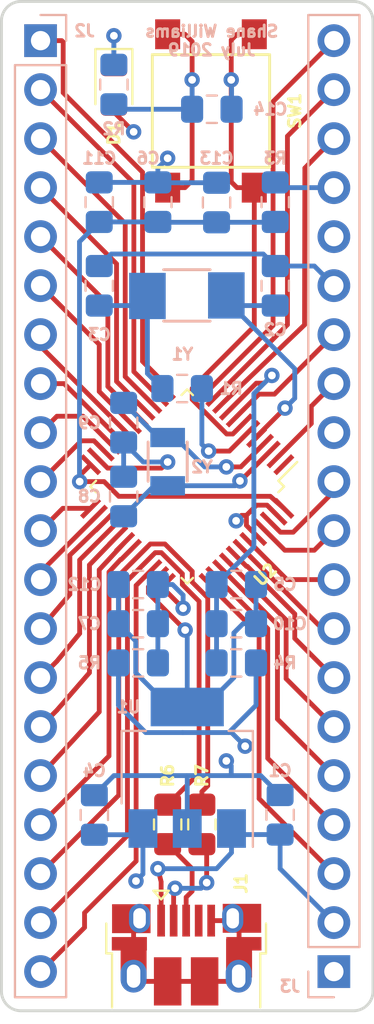
<source format=kicad_pcb>
(kicad_pcb (version 20171130) (host pcbnew "(5.0.1-3-g963ef8bb5)")

  (general
    (thickness 1.6)
    (drawings 9)
    (tracks 343)
    (zones 0)
    (modules 30)
    (nets 51)
  )

  (page A4)
  (layers
    (0 F.Cu signal)
    (1 +3V3.Cu power hide)
    (2 GND.Cu power hide)
    (31 B.Cu signal)
    (32 B.Adhes user hide)
    (33 F.Adhes user hide)
    (34 B.Paste user hide)
    (35 F.Paste user hide)
    (36 B.SilkS user hide)
    (37 F.SilkS user hide)
    (38 B.Mask user hide)
    (39 F.Mask user hide)
    (40 Dwgs.User user hide)
    (41 Cmts.User user hide)
    (42 Eco1.User user hide)
    (43 Eco2.User user hide)
    (44 Edge.Cuts user)
    (45 Margin user hide)
    (46 B.CrtYd user hide)
    (47 F.CrtYd user hide)
    (48 B.Fab user hide)
    (49 F.Fab user hide)
  )

  (setup
    (last_trace_width 0.25)
    (trace_clearance 0.2)
    (zone_clearance 0.508)
    (zone_45_only no)
    (trace_min 0.2)
    (segment_width 0.2)
    (edge_width 0.15)
    (via_size 0.8)
    (via_drill 0.4)
    (via_min_size 0.4)
    (via_min_drill 0.3)
    (uvia_size 0.3)
    (uvia_drill 0.1)
    (uvias_allowed no)
    (uvia_min_size 0.2)
    (uvia_min_drill 0.1)
    (pcb_text_width 0.3)
    (pcb_text_size 1.5 1.5)
    (mod_edge_width 0.15)
    (mod_text_size 1 1)
    (mod_text_width 0.15)
    (pad_size 2 3.8)
    (pad_drill 0)
    (pad_to_mask_clearance 0.051)
    (solder_mask_min_width 0.25)
    (aux_axis_origin 0 0)
    (visible_elements FFFFFF7F)
    (pcbplotparams
      (layerselection 0x010f0_ffffffff)
      (usegerberextensions false)
      (usegerberattributes false)
      (usegerberadvancedattributes false)
      (creategerberjobfile false)
      (excludeedgelayer true)
      (linewidth 0.100000)
      (plotframeref false)
      (viasonmask false)
      (mode 1)
      (useauxorigin false)
      (hpglpennumber 1)
      (hpglpenspeed 20)
      (hpglpendiameter 15.000000)
      (psnegative false)
      (psa4output false)
      (plotreference true)
      (plotvalue false)
      (plotinvisibletext false)
      (padsonsilk false)
      (subtractmaskfromsilk false)
      (outputformat 1)
      (mirror false)
      (drillshape 0)
      (scaleselection 1)
      (outputdirectory "GERBERS/"))
  )

  (net 0 "")
  (net 1 GND)
  (net 2 /VIN)
  (net 3 /OSC_IN)
  (net 4 "Net-(C3-Pad2)")
  (net 5 +3V3)
  (net 6 /OSC32_IN)
  (net 7 /OSC32_OUT)
  (net 8 "Net-(C14-Pad1)")
  (net 9 "Net-(D1-Pad1)")
  (net 10 /PA12)
  (net 11 "Net-(J1-Pad4)")
  (net 12 /PC13)
  (net 13 /PA15)
  (net 14 /PA14)
  (net 15 /PA13)
  (net 16 /PA11)
  (net 17 /PA10)
  (net 18 /PA9)
  (net 19 /PA8)
  (net 20 /PA7)
  (net 21 /PA6)
  (net 22 /PA5)
  (net 23 /PA4)
  (net 24 /PA3)
  (net 25 /PA2)
  (net 26 /PA1)
  (net 27 /PA0)
  (net 28 /PB0)
  (net 29 /PB1)
  (net 30 /PB2)
  (net 31 /PB3)
  (net 32 /PB4)
  (net 33 /PB5)
  (net 34 /PB6)
  (net 35 /PB7)
  (net 36 /PB8)
  (net 37 /PB9)
  (net 38 /PB10)
  (net 39 /PB11)
  (net 40 /PB12)
  (net 41 /PB13)
  (net 42 /PB14)
  (net 43 /PB15)
  (net 44 /OSC_OUT)
  (net 45 "Net-(U2-Pad1)")
  (net 46 /MCU_VDDA)
  (net 47 /MCU_VDD)
  (net 48 /MCU_VDDIO2)
  (net 49 "Net-(J1-Pad2)")
  (net 50 "Net-(J1-Pad3)")

  (net_class Default "This is the default net class."
    (clearance 0.2)
    (trace_width 0.25)
    (via_dia 0.8)
    (via_drill 0.4)
    (uvia_dia 0.3)
    (uvia_drill 0.1)
    (add_net +3V3)
    (add_net /MCU_VDD)
    (add_net /MCU_VDDA)
    (add_net /MCU_VDDIO2)
    (add_net /OSC32_IN)
    (add_net /OSC32_OUT)
    (add_net /OSC_IN)
    (add_net /OSC_OUT)
    (add_net /PA0)
    (add_net /PA1)
    (add_net /PA10)
    (add_net /PA11)
    (add_net /PA12)
    (add_net /PA13)
    (add_net /PA14)
    (add_net /PA15)
    (add_net /PA2)
    (add_net /PA3)
    (add_net /PA4)
    (add_net /PA5)
    (add_net /PA6)
    (add_net /PA7)
    (add_net /PA8)
    (add_net /PA9)
    (add_net /PB0)
    (add_net /PB1)
    (add_net /PB10)
    (add_net /PB11)
    (add_net /PB12)
    (add_net /PB13)
    (add_net /PB14)
    (add_net /PB15)
    (add_net /PB2)
    (add_net /PB3)
    (add_net /PB4)
    (add_net /PB5)
    (add_net /PB6)
    (add_net /PB7)
    (add_net /PB8)
    (add_net /PB9)
    (add_net /PC13)
    (add_net /VIN)
    (add_net GND)
    (add_net "Net-(C14-Pad1)")
    (add_net "Net-(C3-Pad2)")
    (add_net "Net-(D1-Pad1)")
    (add_net "Net-(J1-Pad2)")
    (add_net "Net-(J1-Pad3)")
    (add_net "Net-(J1-Pad4)")
    (add_net "Net-(U2-Pad1)")
  )

  (module Capacitor_SMD:C_0805_2012Metric_Pad1.15x1.40mm_HandSolder (layer B.Cu) (tedit 5D420EA2) (tstamp 5D79968A)
    (at 139.446 124.46 270)
    (descr "Capacitor SMD 0805 (2012 Metric), square (rectangular) end terminal, IPC_7351 nominal with elongated pad for handsoldering. (Body size source: https://docs.google.com/spreadsheets/d/1BsfQQcO9C6DZCsRaXUlFlo91Tg2WpOkGARC1WS5S8t0/edit?usp=sharing), generated with kicad-footprint-generator")
    (tags "capacitor handsolder")
    (path /5D412731)
    (attr smd)
    (fp_text reference C1 (at -2.286 0) (layer B.SilkS)
      (effects (font (size 0.6 0.6) (thickness 0.15)) (justify mirror))
    )
    (fp_text value 1u (at 0 -1.65 270) (layer B.Fab)
      (effects (font (size 1 1) (thickness 0.15)) (justify mirror))
    )
    (fp_line (start -1 -0.6) (end -1 0.6) (layer B.Fab) (width 0.1))
    (fp_line (start -1 0.6) (end 1 0.6) (layer B.Fab) (width 0.1))
    (fp_line (start 1 0.6) (end 1 -0.6) (layer B.Fab) (width 0.1))
    (fp_line (start 1 -0.6) (end -1 -0.6) (layer B.Fab) (width 0.1))
    (fp_line (start -0.261252 0.71) (end 0.261252 0.71) (layer B.SilkS) (width 0.12))
    (fp_line (start -0.261252 -0.71) (end 0.261252 -0.71) (layer B.SilkS) (width 0.12))
    (fp_line (start -1.85 -0.95) (end -1.85 0.95) (layer B.CrtYd) (width 0.05))
    (fp_line (start -1.85 0.95) (end 1.85 0.95) (layer B.CrtYd) (width 0.05))
    (fp_line (start 1.85 0.95) (end 1.85 -0.95) (layer B.CrtYd) (width 0.05))
    (fp_line (start 1.85 -0.95) (end -1.85 -0.95) (layer B.CrtYd) (width 0.05))
    (fp_text user %R (at 0 0 270) (layer B.Fab)
      (effects (font (size 0.5 0.5) (thickness 0.08)) (justify mirror))
    )
    (pad 1 smd roundrect (at -1.025 0 270) (size 1.15 1.4) (layers B.Cu B.Paste B.Mask) (roundrect_rratio 0.217391)
      (net 1 GND))
    (pad 2 smd roundrect (at 1.025 0 270) (size 1.15 1.4) (layers B.Cu B.Paste B.Mask) (roundrect_rratio 0.217391)
      (net 2 /VIN))
    (model ${KISYS3DMOD}/Capacitor_SMD.3dshapes/C_0805_2012Metric.wrl
      (at (xyz 0 0 0))
      (scale (xyz 1 1 1))
      (rotate (xyz 0 0 0))
    )
  )

  (module Capacitor_SMD:C_0805_2012Metric_Pad1.15x1.40mm_HandSolder (layer B.Cu) (tedit 5D420DFD) (tstamp 5D79969B)
    (at 139.192 97.037 90)
    (descr "Capacitor SMD 0805 (2012 Metric), square (rectangular) end terminal, IPC_7351 nominal with elongated pad for handsoldering. (Body size source: https://docs.google.com/spreadsheets/d/1BsfQQcO9C6DZCsRaXUlFlo91Tg2WpOkGARC1WS5S8t0/edit?usp=sharing), generated with kicad-footprint-generator")
    (tags "capacitor handsolder")
    (path /5D495C8B)
    (attr smd)
    (fp_text reference C2 (at -2.277 0 180) (layer B.SilkS)
      (effects (font (size 0.6 0.6) (thickness 0.15)) (justify mirror))
    )
    (fp_text value 15p (at 0 -1.65 90) (layer B.Fab)
      (effects (font (size 1 1) (thickness 0.15)) (justify mirror))
    )
    (fp_line (start -1 -0.6) (end -1 0.6) (layer B.Fab) (width 0.1))
    (fp_line (start -1 0.6) (end 1 0.6) (layer B.Fab) (width 0.1))
    (fp_line (start 1 0.6) (end 1 -0.6) (layer B.Fab) (width 0.1))
    (fp_line (start 1 -0.6) (end -1 -0.6) (layer B.Fab) (width 0.1))
    (fp_line (start -0.261252 0.71) (end 0.261252 0.71) (layer B.SilkS) (width 0.12))
    (fp_line (start -0.261252 -0.71) (end 0.261252 -0.71) (layer B.SilkS) (width 0.12))
    (fp_line (start -1.85 -0.95) (end -1.85 0.95) (layer B.CrtYd) (width 0.05))
    (fp_line (start -1.85 0.95) (end 1.85 0.95) (layer B.CrtYd) (width 0.05))
    (fp_line (start 1.85 0.95) (end 1.85 -0.95) (layer B.CrtYd) (width 0.05))
    (fp_line (start 1.85 -0.95) (end -1.85 -0.95) (layer B.CrtYd) (width 0.05))
    (fp_text user %R (at 0 0 90) (layer B.Fab)
      (effects (font (size 0.5 0.5) (thickness 0.08)) (justify mirror))
    )
    (pad 1 smd roundrect (at -1.025 0 90) (size 1.15 1.4) (layers B.Cu B.Paste B.Mask) (roundrect_rratio 0.217391)
      (net 3 /OSC_IN))
    (pad 2 smd roundrect (at 1.025 0 90) (size 1.15 1.4) (layers B.Cu B.Paste B.Mask) (roundrect_rratio 0.217391)
      (net 1 GND))
    (model ${KISYS3DMOD}/Capacitor_SMD.3dshapes/C_0805_2012Metric.wrl
      (at (xyz 0 0 0))
      (scale (xyz 1 1 1))
      (rotate (xyz 0 0 0))
    )
  )

  (module Capacitor_SMD:C_0805_2012Metric_Pad1.15x1.40mm_HandSolder (layer B.Cu) (tedit 5D420E08) (tstamp 5D7996AC)
    (at 130.048 97.037 270)
    (descr "Capacitor SMD 0805 (2012 Metric), square (rectangular) end terminal, IPC_7351 nominal with elongated pad for handsoldering. (Body size source: https://docs.google.com/spreadsheets/d/1BsfQQcO9C6DZCsRaXUlFlo91Tg2WpOkGARC1WS5S8t0/edit?usp=sharing), generated with kicad-footprint-generator")
    (tags "capacitor handsolder")
    (path /5D495C92)
    (attr smd)
    (fp_text reference C3 (at 2.531 0) (layer B.SilkS)
      (effects (font (size 0.6 0.6) (thickness 0.15)) (justify mirror))
    )
    (fp_text value 15p (at 0 -1.65 270) (layer B.Fab)
      (effects (font (size 1 1) (thickness 0.15)) (justify mirror))
    )
    (fp_text user %R (at 0 0 270) (layer B.Fab)
      (effects (font (size 0.5 0.5) (thickness 0.08)) (justify mirror))
    )
    (fp_line (start 1.85 -0.95) (end -1.85 -0.95) (layer B.CrtYd) (width 0.05))
    (fp_line (start 1.85 0.95) (end 1.85 -0.95) (layer B.CrtYd) (width 0.05))
    (fp_line (start -1.85 0.95) (end 1.85 0.95) (layer B.CrtYd) (width 0.05))
    (fp_line (start -1.85 -0.95) (end -1.85 0.95) (layer B.CrtYd) (width 0.05))
    (fp_line (start -0.261252 -0.71) (end 0.261252 -0.71) (layer B.SilkS) (width 0.12))
    (fp_line (start -0.261252 0.71) (end 0.261252 0.71) (layer B.SilkS) (width 0.12))
    (fp_line (start 1 -0.6) (end -1 -0.6) (layer B.Fab) (width 0.1))
    (fp_line (start 1 0.6) (end 1 -0.6) (layer B.Fab) (width 0.1))
    (fp_line (start -1 0.6) (end 1 0.6) (layer B.Fab) (width 0.1))
    (fp_line (start -1 -0.6) (end -1 0.6) (layer B.Fab) (width 0.1))
    (pad 2 smd roundrect (at 1.025 0 270) (size 1.15 1.4) (layers B.Cu B.Paste B.Mask) (roundrect_rratio 0.217391)
      (net 4 "Net-(C3-Pad2)"))
    (pad 1 smd roundrect (at -1.025 0 270) (size 1.15 1.4) (layers B.Cu B.Paste B.Mask) (roundrect_rratio 0.217391)
      (net 1 GND))
    (model ${KISYS3DMOD}/Capacitor_SMD.3dshapes/C_0805_2012Metric.wrl
      (at (xyz 0 0 0))
      (scale (xyz 1 1 1))
      (rotate (xyz 0 0 0))
    )
  )

  (module Capacitor_SMD:C_0805_2012Metric_Pad1.15x1.40mm_HandSolder (layer B.Cu) (tedit 5D420EAB) (tstamp 5D7996BD)
    (at 129.794 124.469 270)
    (descr "Capacitor SMD 0805 (2012 Metric), square (rectangular) end terminal, IPC_7351 nominal with elongated pad for handsoldering. (Body size source: https://docs.google.com/spreadsheets/d/1BsfQQcO9C6DZCsRaXUlFlo91Tg2WpOkGARC1WS5S8t0/edit?usp=sharing), generated with kicad-footprint-generator")
    (tags "capacitor handsolder")
    (path /5D41579A)
    (attr smd)
    (fp_text reference C4 (at -2.295 0) (layer B.SilkS)
      (effects (font (size 0.6 0.6) (thickness 0.15)) (justify mirror))
    )
    (fp_text value 1u (at 0 -1.65 270) (layer B.Fab)
      (effects (font (size 1 1) (thickness 0.15)) (justify mirror))
    )
    (fp_text user %R (at 0 0 270) (layer B.Fab)
      (effects (font (size 0.5 0.5) (thickness 0.08)) (justify mirror))
    )
    (fp_line (start 1.85 -0.95) (end -1.85 -0.95) (layer B.CrtYd) (width 0.05))
    (fp_line (start 1.85 0.95) (end 1.85 -0.95) (layer B.CrtYd) (width 0.05))
    (fp_line (start -1.85 0.95) (end 1.85 0.95) (layer B.CrtYd) (width 0.05))
    (fp_line (start -1.85 -0.95) (end -1.85 0.95) (layer B.CrtYd) (width 0.05))
    (fp_line (start -0.261252 -0.71) (end 0.261252 -0.71) (layer B.SilkS) (width 0.12))
    (fp_line (start -0.261252 0.71) (end 0.261252 0.71) (layer B.SilkS) (width 0.12))
    (fp_line (start 1 -0.6) (end -1 -0.6) (layer B.Fab) (width 0.1))
    (fp_line (start 1 0.6) (end 1 -0.6) (layer B.Fab) (width 0.1))
    (fp_line (start -1 0.6) (end 1 0.6) (layer B.Fab) (width 0.1))
    (fp_line (start -1 -0.6) (end -1 0.6) (layer B.Fab) (width 0.1))
    (pad 2 smd roundrect (at 1.025 0 270) (size 1.15 1.4) (layers B.Cu B.Paste B.Mask) (roundrect_rratio 0.217391)
      (net 5 +3V3))
    (pad 1 smd roundrect (at -1.025 0 270) (size 1.15 1.4) (layers B.Cu B.Paste B.Mask) (roundrect_rratio 0.217391)
      (net 1 GND))
    (model ${KISYS3DMOD}/Capacitor_SMD.3dshapes/C_0805_2012Metric.wrl
      (at (xyz 0 0 0))
      (scale (xyz 1 1 1))
      (rotate (xyz 0 0 0))
    )
  )

  (module Capacitor_SMD:C_0805_2012Metric_Pad1.15x1.40mm_HandSolder (layer B.Cu) (tedit 5D420E7F) (tstamp 5D7996CE)
    (at 137.169 112.522)
    (descr "Capacitor SMD 0805 (2012 Metric), square (rectangular) end terminal, IPC_7351 nominal with elongated pad for handsoldering. (Body size source: https://docs.google.com/spreadsheets/d/1BsfQQcO9C6DZCsRaXUlFlo91Tg2WpOkGARC1WS5S8t0/edit?usp=sharing), generated with kicad-footprint-generator")
    (tags "capacitor handsolder")
    (path /5D8B38BC)
    (attr smd)
    (fp_text reference C5 (at 2.531 0) (layer B.SilkS)
      (effects (font (size 0.6 0.6) (thickness 0.15)) (justify mirror))
    )
    (fp_text value 10n (at 0 -1.65) (layer B.Fab)
      (effects (font (size 1 1) (thickness 0.15)) (justify mirror))
    )
    (fp_text user %R (at 0 0) (layer B.Fab)
      (effects (font (size 0.5 0.5) (thickness 0.08)) (justify mirror))
    )
    (fp_line (start 1.85 -0.95) (end -1.85 -0.95) (layer B.CrtYd) (width 0.05))
    (fp_line (start 1.85 0.95) (end 1.85 -0.95) (layer B.CrtYd) (width 0.05))
    (fp_line (start -1.85 0.95) (end 1.85 0.95) (layer B.CrtYd) (width 0.05))
    (fp_line (start -1.85 -0.95) (end -1.85 0.95) (layer B.CrtYd) (width 0.05))
    (fp_line (start -0.261252 -0.71) (end 0.261252 -0.71) (layer B.SilkS) (width 0.12))
    (fp_line (start -0.261252 0.71) (end 0.261252 0.71) (layer B.SilkS) (width 0.12))
    (fp_line (start 1 -0.6) (end -1 -0.6) (layer B.Fab) (width 0.1))
    (fp_line (start 1 0.6) (end 1 -0.6) (layer B.Fab) (width 0.1))
    (fp_line (start -1 0.6) (end 1 0.6) (layer B.Fab) (width 0.1))
    (fp_line (start -1 -0.6) (end -1 0.6) (layer B.Fab) (width 0.1))
    (pad 2 smd roundrect (at 1.025 0) (size 1.15 1.4) (layers B.Cu B.Paste B.Mask) (roundrect_rratio 0.217391)
      (net 1 GND))
    (pad 1 smd roundrect (at -1.025 0) (size 1.15 1.4) (layers B.Cu B.Paste B.Mask) (roundrect_rratio 0.217391)
      (net 46 /MCU_VDDA))
    (model ${KISYS3DMOD}/Capacitor_SMD.3dshapes/C_0805_2012Metric.wrl
      (at (xyz 0 0 0))
      (scale (xyz 1 1 1))
      (rotate (xyz 0 0 0))
    )
  )

  (module Capacitor_SMD:C_0805_2012Metric_Pad1.15x1.40mm_HandSolder (layer B.Cu) (tedit 5D420DDF) (tstamp 5D7996DF)
    (at 133.096 92.701 90)
    (descr "Capacitor SMD 0805 (2012 Metric), square (rectangular) end terminal, IPC_7351 nominal with elongated pad for handsoldering. (Body size source: https://docs.google.com/spreadsheets/d/1BsfQQcO9C6DZCsRaXUlFlo91Tg2WpOkGARC1WS5S8t0/edit?usp=sharing), generated with kicad-footprint-generator")
    (tags "capacitor handsolder")
    (path /5D781284)
    (attr smd)
    (fp_text reference C6 (at 2.277 -0.508 180) (layer B.SilkS)
      (effects (font (size 0.6 0.6) (thickness 0.15)) (justify mirror))
    )
    (fp_text value 4.7u (at 0 -1.65 90) (layer B.Fab)
      (effects (font (size 1 1) (thickness 0.15)) (justify mirror))
    )
    (fp_line (start -1 -0.6) (end -1 0.6) (layer B.Fab) (width 0.1))
    (fp_line (start -1 0.6) (end 1 0.6) (layer B.Fab) (width 0.1))
    (fp_line (start 1 0.6) (end 1 -0.6) (layer B.Fab) (width 0.1))
    (fp_line (start 1 -0.6) (end -1 -0.6) (layer B.Fab) (width 0.1))
    (fp_line (start -0.261252 0.71) (end 0.261252 0.71) (layer B.SilkS) (width 0.12))
    (fp_line (start -0.261252 -0.71) (end 0.261252 -0.71) (layer B.SilkS) (width 0.12))
    (fp_line (start -1.85 -0.95) (end -1.85 0.95) (layer B.CrtYd) (width 0.05))
    (fp_line (start -1.85 0.95) (end 1.85 0.95) (layer B.CrtYd) (width 0.05))
    (fp_line (start 1.85 0.95) (end 1.85 -0.95) (layer B.CrtYd) (width 0.05))
    (fp_line (start 1.85 -0.95) (end -1.85 -0.95) (layer B.CrtYd) (width 0.05))
    (fp_text user %R (at 0 0 90) (layer B.Fab)
      (effects (font (size 0.5 0.5) (thickness 0.08)) (justify mirror))
    )
    (pad 1 smd roundrect (at -1.025 0 90) (size 1.15 1.4) (layers B.Cu B.Paste B.Mask) (roundrect_rratio 0.217391)
      (net 47 /MCU_VDD))
    (pad 2 smd roundrect (at 1.025 0 90) (size 1.15 1.4) (layers B.Cu B.Paste B.Mask) (roundrect_rratio 0.217391)
      (net 1 GND))
    (model ${KISYS3DMOD}/Capacitor_SMD.3dshapes/C_0805_2012Metric.wrl
      (at (xyz 0 0 0))
      (scale (xyz 1 1 1))
      (rotate (xyz 0 0 0))
    )
  )

  (module Capacitor_SMD:C_0805_2012Metric_Pad1.15x1.40mm_HandSolder (layer B.Cu) (tedit 5D420E77) (tstamp 5D7996F0)
    (at 132.071 114.554 180)
    (descr "Capacitor SMD 0805 (2012 Metric), square (rectangular) end terminal, IPC_7351 nominal with elongated pad for handsoldering. (Body size source: https://docs.google.com/spreadsheets/d/1BsfQQcO9C6DZCsRaXUlFlo91Tg2WpOkGARC1WS5S8t0/edit?usp=sharing), generated with kicad-footprint-generator")
    (tags "capacitor handsolder")
    (path /5D8BD10F)
    (attr smd)
    (fp_text reference C7 (at 2.531 0 180) (layer B.SilkS)
      (effects (font (size 0.6 0.6) (thickness 0.15)) (justify mirror))
    )
    (fp_text value 4.7u (at 0 -1.65 180) (layer B.Fab)
      (effects (font (size 1 1) (thickness 0.15)) (justify mirror))
    )
    (fp_text user %R (at 0 0 180) (layer B.Fab)
      (effects (font (size 0.5 0.5) (thickness 0.08)) (justify mirror))
    )
    (fp_line (start 1.85 -0.95) (end -1.85 -0.95) (layer B.CrtYd) (width 0.05))
    (fp_line (start 1.85 0.95) (end 1.85 -0.95) (layer B.CrtYd) (width 0.05))
    (fp_line (start -1.85 0.95) (end 1.85 0.95) (layer B.CrtYd) (width 0.05))
    (fp_line (start -1.85 -0.95) (end -1.85 0.95) (layer B.CrtYd) (width 0.05))
    (fp_line (start -0.261252 -0.71) (end 0.261252 -0.71) (layer B.SilkS) (width 0.12))
    (fp_line (start -0.261252 0.71) (end 0.261252 0.71) (layer B.SilkS) (width 0.12))
    (fp_line (start 1 -0.6) (end -1 -0.6) (layer B.Fab) (width 0.1))
    (fp_line (start 1 0.6) (end 1 -0.6) (layer B.Fab) (width 0.1))
    (fp_line (start -1 0.6) (end 1 0.6) (layer B.Fab) (width 0.1))
    (fp_line (start -1 -0.6) (end -1 0.6) (layer B.Fab) (width 0.1))
    (pad 2 smd roundrect (at 1.025 0 180) (size 1.15 1.4) (layers B.Cu B.Paste B.Mask) (roundrect_rratio 0.217391)
      (net 1 GND))
    (pad 1 smd roundrect (at -1.025 0 180) (size 1.15 1.4) (layers B.Cu B.Paste B.Mask) (roundrect_rratio 0.217391)
      (net 48 /MCU_VDDIO2))
    (model ${KISYS3DMOD}/Capacitor_SMD.3dshapes/C_0805_2012Metric.wrl
      (at (xyz 0 0 0))
      (scale (xyz 1 1 1))
      (rotate (xyz 0 0 0))
    )
  )

  (module Capacitor_SMD:C_0805_2012Metric_Pad1.15x1.40mm_HandSolder (layer B.Cu) (tedit 5D420E53) (tstamp 5D799701)
    (at 131.318 107.959 90)
    (descr "Capacitor SMD 0805 (2012 Metric), square (rectangular) end terminal, IPC_7351 nominal with elongated pad for handsoldering. (Body size source: https://docs.google.com/spreadsheets/d/1BsfQQcO9C6DZCsRaXUlFlo91Tg2WpOkGARC1WS5S8t0/edit?usp=sharing), generated with kicad-footprint-generator")
    (tags "capacitor handsolder")
    (path /5D46E947)
    (attr smd)
    (fp_text reference C8 (at 0.009 -1.778 180) (layer B.SilkS)
      (effects (font (size 0.6 0.6) (thickness 0.15)) (justify mirror))
    )
    (fp_text value 15p (at 0 -1.65 90) (layer B.Fab)
      (effects (font (size 1 1) (thickness 0.15)) (justify mirror))
    )
    (fp_line (start -1 -0.6) (end -1 0.6) (layer B.Fab) (width 0.1))
    (fp_line (start -1 0.6) (end 1 0.6) (layer B.Fab) (width 0.1))
    (fp_line (start 1 0.6) (end 1 -0.6) (layer B.Fab) (width 0.1))
    (fp_line (start 1 -0.6) (end -1 -0.6) (layer B.Fab) (width 0.1))
    (fp_line (start -0.261252 0.71) (end 0.261252 0.71) (layer B.SilkS) (width 0.12))
    (fp_line (start -0.261252 -0.71) (end 0.261252 -0.71) (layer B.SilkS) (width 0.12))
    (fp_line (start -1.85 -0.95) (end -1.85 0.95) (layer B.CrtYd) (width 0.05))
    (fp_line (start -1.85 0.95) (end 1.85 0.95) (layer B.CrtYd) (width 0.05))
    (fp_line (start 1.85 0.95) (end 1.85 -0.95) (layer B.CrtYd) (width 0.05))
    (fp_line (start 1.85 -0.95) (end -1.85 -0.95) (layer B.CrtYd) (width 0.05))
    (fp_text user %R (at 0 0 90) (layer B.Fab)
      (effects (font (size 0.5 0.5) (thickness 0.08)) (justify mirror))
    )
    (pad 1 smd roundrect (at -1.025 0 90) (size 1.15 1.4) (layers B.Cu B.Paste B.Mask) (roundrect_rratio 0.217391)
      (net 6 /OSC32_IN))
    (pad 2 smd roundrect (at 1.025 0 90) (size 1.15 1.4) (layers B.Cu B.Paste B.Mask) (roundrect_rratio 0.217391)
      (net 1 GND))
    (model ${KISYS3DMOD}/Capacitor_SMD.3dshapes/C_0805_2012Metric.wrl
      (at (xyz 0 0 0))
      (scale (xyz 1 1 1))
      (rotate (xyz 0 0 0))
    )
  )

  (module Capacitor_SMD:C_0805_2012Metric_Pad1.15x1.40mm_HandSolder (layer B.Cu) (tedit 5D420E48) (tstamp 5D799712)
    (at 131.318 104.131 90)
    (descr "Capacitor SMD 0805 (2012 Metric), square (rectangular) end terminal, IPC_7351 nominal with elongated pad for handsoldering. (Body size source: https://docs.google.com/spreadsheets/d/1BsfQQcO9C6DZCsRaXUlFlo91Tg2WpOkGARC1WS5S8t0/edit?usp=sharing), generated with kicad-footprint-generator")
    (tags "capacitor handsolder")
    (path /5D46EB35)
    (attr smd)
    (fp_text reference C9 (at -0.009 -1.778 180) (layer B.SilkS)
      (effects (font (size 0.6 0.6) (thickness 0.15)) (justify mirror))
    )
    (fp_text value 15p (at 0 -1.65 90) (layer B.Fab)
      (effects (font (size 1 1) (thickness 0.15)) (justify mirror))
    )
    (fp_text user %R (at 0 0 90) (layer B.Fab)
      (effects (font (size 0.5 0.5) (thickness 0.08)) (justify mirror))
    )
    (fp_line (start 1.85 -0.95) (end -1.85 -0.95) (layer B.CrtYd) (width 0.05))
    (fp_line (start 1.85 0.95) (end 1.85 -0.95) (layer B.CrtYd) (width 0.05))
    (fp_line (start -1.85 0.95) (end 1.85 0.95) (layer B.CrtYd) (width 0.05))
    (fp_line (start -1.85 -0.95) (end -1.85 0.95) (layer B.CrtYd) (width 0.05))
    (fp_line (start -0.261252 -0.71) (end 0.261252 -0.71) (layer B.SilkS) (width 0.12))
    (fp_line (start -0.261252 0.71) (end 0.261252 0.71) (layer B.SilkS) (width 0.12))
    (fp_line (start 1 -0.6) (end -1 -0.6) (layer B.Fab) (width 0.1))
    (fp_line (start 1 0.6) (end 1 -0.6) (layer B.Fab) (width 0.1))
    (fp_line (start -1 0.6) (end 1 0.6) (layer B.Fab) (width 0.1))
    (fp_line (start -1 -0.6) (end -1 0.6) (layer B.Fab) (width 0.1))
    (pad 2 smd roundrect (at 1.025 0 90) (size 1.15 1.4) (layers B.Cu B.Paste B.Mask) (roundrect_rratio 0.217391)
      (net 7 /OSC32_OUT))
    (pad 1 smd roundrect (at -1.025 0 90) (size 1.15 1.4) (layers B.Cu B.Paste B.Mask) (roundrect_rratio 0.217391)
      (net 1 GND))
    (model ${KISYS3DMOD}/Capacitor_SMD.3dshapes/C_0805_2012Metric.wrl
      (at (xyz 0 0 0))
      (scale (xyz 1 1 1))
      (rotate (xyz 0 0 0))
    )
  )

  (module Capacitor_SMD:C_0805_2012Metric_Pad1.15x1.40mm_HandSolder (layer B.Cu) (tedit 5D420E86) (tstamp 5D799723)
    (at 137.169 114.554)
    (descr "Capacitor SMD 0805 (2012 Metric), square (rectangular) end terminal, IPC_7351 nominal with elongated pad for handsoldering. (Body size source: https://docs.google.com/spreadsheets/d/1BsfQQcO9C6DZCsRaXUlFlo91Tg2WpOkGARC1WS5S8t0/edit?usp=sharing), generated with kicad-footprint-generator")
    (tags "capacitor handsolder")
    (path /5D8B38C3)
    (attr smd)
    (fp_text reference C10 (at 2.785 0) (layer B.SilkS)
      (effects (font (size 0.6 0.6) (thickness 0.15)) (justify mirror))
    )
    (fp_text value 1u (at 0 -1.65) (layer B.Fab)
      (effects (font (size 1 1) (thickness 0.15)) (justify mirror))
    )
    (fp_line (start -1 -0.6) (end -1 0.6) (layer B.Fab) (width 0.1))
    (fp_line (start -1 0.6) (end 1 0.6) (layer B.Fab) (width 0.1))
    (fp_line (start 1 0.6) (end 1 -0.6) (layer B.Fab) (width 0.1))
    (fp_line (start 1 -0.6) (end -1 -0.6) (layer B.Fab) (width 0.1))
    (fp_line (start -0.261252 0.71) (end 0.261252 0.71) (layer B.SilkS) (width 0.12))
    (fp_line (start -0.261252 -0.71) (end 0.261252 -0.71) (layer B.SilkS) (width 0.12))
    (fp_line (start -1.85 -0.95) (end -1.85 0.95) (layer B.CrtYd) (width 0.05))
    (fp_line (start -1.85 0.95) (end 1.85 0.95) (layer B.CrtYd) (width 0.05))
    (fp_line (start 1.85 0.95) (end 1.85 -0.95) (layer B.CrtYd) (width 0.05))
    (fp_line (start 1.85 -0.95) (end -1.85 -0.95) (layer B.CrtYd) (width 0.05))
    (fp_text user %R (at 0 0) (layer B.Fab)
      (effects (font (size 0.5 0.5) (thickness 0.08)) (justify mirror))
    )
    (pad 1 smd roundrect (at -1.025 0) (size 1.15 1.4) (layers B.Cu B.Paste B.Mask) (roundrect_rratio 0.217391)
      (net 46 /MCU_VDDA))
    (pad 2 smd roundrect (at 1.025 0) (size 1.15 1.4) (layers B.Cu B.Paste B.Mask) (roundrect_rratio 0.217391)
      (net 1 GND))
    (model ${KISYS3DMOD}/Capacitor_SMD.3dshapes/C_0805_2012Metric.wrl
      (at (xyz 0 0 0))
      (scale (xyz 1 1 1))
      (rotate (xyz 0 0 0))
    )
  )

  (module Capacitor_SMD:C_0805_2012Metric_Pad1.15x1.40mm_HandSolder (layer B.Cu) (tedit 5D420DE2) (tstamp 5D799734)
    (at 130.048 92.701 90)
    (descr "Capacitor SMD 0805 (2012 Metric), square (rectangular) end terminal, IPC_7351 nominal with elongated pad for handsoldering. (Body size source: https://docs.google.com/spreadsheets/d/1BsfQQcO9C6DZCsRaXUlFlo91Tg2WpOkGARC1WS5S8t0/edit?usp=sharing), generated with kicad-footprint-generator")
    (tags "capacitor handsolder")
    (path /5D782636)
    (attr smd)
    (fp_text reference C11 (at 2.277 0 180) (layer B.SilkS)
      (effects (font (size 0.6 0.6) (thickness 0.15)) (justify mirror))
    )
    (fp_text value 100n (at 0 -1.65 90) (layer B.Fab)
      (effects (font (size 1 1) (thickness 0.15)) (justify mirror))
    )
    (fp_text user %R (at 0 0 90) (layer B.Fab)
      (effects (font (size 0.5 0.5) (thickness 0.08)) (justify mirror))
    )
    (fp_line (start 1.85 -0.95) (end -1.85 -0.95) (layer B.CrtYd) (width 0.05))
    (fp_line (start 1.85 0.95) (end 1.85 -0.95) (layer B.CrtYd) (width 0.05))
    (fp_line (start -1.85 0.95) (end 1.85 0.95) (layer B.CrtYd) (width 0.05))
    (fp_line (start -1.85 -0.95) (end -1.85 0.95) (layer B.CrtYd) (width 0.05))
    (fp_line (start -0.261252 -0.71) (end 0.261252 -0.71) (layer B.SilkS) (width 0.12))
    (fp_line (start -0.261252 0.71) (end 0.261252 0.71) (layer B.SilkS) (width 0.12))
    (fp_line (start 1 -0.6) (end -1 -0.6) (layer B.Fab) (width 0.1))
    (fp_line (start 1 0.6) (end 1 -0.6) (layer B.Fab) (width 0.1))
    (fp_line (start -1 0.6) (end 1 0.6) (layer B.Fab) (width 0.1))
    (fp_line (start -1 -0.6) (end -1 0.6) (layer B.Fab) (width 0.1))
    (pad 2 smd roundrect (at 1.025 0 90) (size 1.15 1.4) (layers B.Cu B.Paste B.Mask) (roundrect_rratio 0.217391)
      (net 1 GND))
    (pad 1 smd roundrect (at -1.025 0 90) (size 1.15 1.4) (layers B.Cu B.Paste B.Mask) (roundrect_rratio 0.217391)
      (net 47 /MCU_VDD))
    (model ${KISYS3DMOD}/Capacitor_SMD.3dshapes/C_0805_2012Metric.wrl
      (at (xyz 0 0 0))
      (scale (xyz 1 1 1))
      (rotate (xyz 0 0 0))
    )
  )

  (module Capacitor_SMD:C_0805_2012Metric_Pad1.15x1.40mm_HandSolder (layer B.Cu) (tedit 5D420E66) (tstamp 5D799745)
    (at 132.071 112.522 180)
    (descr "Capacitor SMD 0805 (2012 Metric), square (rectangular) end terminal, IPC_7351 nominal with elongated pad for handsoldering. (Body size source: https://docs.google.com/spreadsheets/d/1BsfQQcO9C6DZCsRaXUlFlo91Tg2WpOkGARC1WS5S8t0/edit?usp=sharing), generated with kicad-footprint-generator")
    (tags "capacitor handsolder")
    (path /5D8BD116)
    (attr smd)
    (fp_text reference C12 (at 2.785 0 180) (layer B.SilkS)
      (effects (font (size 0.6 0.6) (thickness 0.15)) (justify mirror))
    )
    (fp_text value 100n (at 0 -1.65 180) (layer B.Fab)
      (effects (font (size 1 1) (thickness 0.15)) (justify mirror))
    )
    (fp_line (start -1 -0.6) (end -1 0.6) (layer B.Fab) (width 0.1))
    (fp_line (start -1 0.6) (end 1 0.6) (layer B.Fab) (width 0.1))
    (fp_line (start 1 0.6) (end 1 -0.6) (layer B.Fab) (width 0.1))
    (fp_line (start 1 -0.6) (end -1 -0.6) (layer B.Fab) (width 0.1))
    (fp_line (start -0.261252 0.71) (end 0.261252 0.71) (layer B.SilkS) (width 0.12))
    (fp_line (start -0.261252 -0.71) (end 0.261252 -0.71) (layer B.SilkS) (width 0.12))
    (fp_line (start -1.85 -0.95) (end -1.85 0.95) (layer B.CrtYd) (width 0.05))
    (fp_line (start -1.85 0.95) (end 1.85 0.95) (layer B.CrtYd) (width 0.05))
    (fp_line (start 1.85 0.95) (end 1.85 -0.95) (layer B.CrtYd) (width 0.05))
    (fp_line (start 1.85 -0.95) (end -1.85 -0.95) (layer B.CrtYd) (width 0.05))
    (fp_text user %R (at 0 0 180) (layer B.Fab)
      (effects (font (size 0.5 0.5) (thickness 0.08)) (justify mirror))
    )
    (pad 1 smd roundrect (at -1.025 0 180) (size 1.15 1.4) (layers B.Cu B.Paste B.Mask) (roundrect_rratio 0.217391)
      (net 48 /MCU_VDDIO2))
    (pad 2 smd roundrect (at 1.025 0 180) (size 1.15 1.4) (layers B.Cu B.Paste B.Mask) (roundrect_rratio 0.217391)
      (net 1 GND))
    (model ${KISYS3DMOD}/Capacitor_SMD.3dshapes/C_0805_2012Metric.wrl
      (at (xyz 0 0 0))
      (scale (xyz 1 1 1))
      (rotate (xyz 0 0 0))
    )
  )

  (module Capacitor_SMD:C_0805_2012Metric_Pad1.15x1.40mm_HandSolder (layer B.Cu) (tedit 5D420DD7) (tstamp 5D799756)
    (at 136.144 92.719 90)
    (descr "Capacitor SMD 0805 (2012 Metric), square (rectangular) end terminal, IPC_7351 nominal with elongated pad for handsoldering. (Body size source: https://docs.google.com/spreadsheets/d/1BsfQQcO9C6DZCsRaXUlFlo91Tg2WpOkGARC1WS5S8t0/edit?usp=sharing), generated with kicad-footprint-generator")
    (tags "capacitor handsolder")
    (path /5D7828A1)
    (attr smd)
    (fp_text reference C13 (at 2.295 0 180) (layer B.SilkS)
      (effects (font (size 0.6 0.6) (thickness 0.15)) (justify mirror))
    )
    (fp_text value 100n (at 0 -1.65 90) (layer B.Fab)
      (effects (font (size 1 1) (thickness 0.15)) (justify mirror))
    )
    (fp_line (start -1 -0.6) (end -1 0.6) (layer B.Fab) (width 0.1))
    (fp_line (start -1 0.6) (end 1 0.6) (layer B.Fab) (width 0.1))
    (fp_line (start 1 0.6) (end 1 -0.6) (layer B.Fab) (width 0.1))
    (fp_line (start 1 -0.6) (end -1 -0.6) (layer B.Fab) (width 0.1))
    (fp_line (start -0.261252 0.71) (end 0.261252 0.71) (layer B.SilkS) (width 0.12))
    (fp_line (start -0.261252 -0.71) (end 0.261252 -0.71) (layer B.SilkS) (width 0.12))
    (fp_line (start -1.85 -0.95) (end -1.85 0.95) (layer B.CrtYd) (width 0.05))
    (fp_line (start -1.85 0.95) (end 1.85 0.95) (layer B.CrtYd) (width 0.05))
    (fp_line (start 1.85 0.95) (end 1.85 -0.95) (layer B.CrtYd) (width 0.05))
    (fp_line (start 1.85 -0.95) (end -1.85 -0.95) (layer B.CrtYd) (width 0.05))
    (fp_text user %R (at 0 0 90) (layer B.Fab)
      (effects (font (size 0.5 0.5) (thickness 0.08)) (justify mirror))
    )
    (pad 1 smd roundrect (at -1.025 0 90) (size 1.15 1.4) (layers B.Cu B.Paste B.Mask) (roundrect_rratio 0.217391)
      (net 47 /MCU_VDD))
    (pad 2 smd roundrect (at 1.025 0 90) (size 1.15 1.4) (layers B.Cu B.Paste B.Mask) (roundrect_rratio 0.217391)
      (net 1 GND))
    (model ${KISYS3DMOD}/Capacitor_SMD.3dshapes/C_0805_2012Metric.wrl
      (at (xyz 0 0 0))
      (scale (xyz 1 1 1))
      (rotate (xyz 0 0 0))
    )
  )

  (module Capacitor_SMD:C_0805_2012Metric_Pad1.15x1.40mm_HandSolder (layer B.Cu) (tedit 5D420DD3) (tstamp 5D799767)
    (at 135.899 87.884 180)
    (descr "Capacitor SMD 0805 (2012 Metric), square (rectangular) end terminal, IPC_7351 nominal with elongated pad for handsoldering. (Body size source: https://docs.google.com/spreadsheets/d/1BsfQQcO9C6DZCsRaXUlFlo91Tg2WpOkGARC1WS5S8t0/edit?usp=sharing), generated with kicad-footprint-generator")
    (tags "capacitor handsolder")
    (path /5DA82445)
    (attr smd)
    (fp_text reference C14 (at -3.039 0 180) (layer B.SilkS)
      (effects (font (size 0.6 0.6) (thickness 0.15)) (justify mirror))
    )
    (fp_text value 100n (at 0 -1.65 180) (layer B.Fab)
      (effects (font (size 1 1) (thickness 0.15)) (justify mirror))
    )
    (fp_text user %R (at 0 0 180) (layer B.Fab)
      (effects (font (size 0.5 0.5) (thickness 0.08)) (justify mirror))
    )
    (fp_line (start 1.85 -0.95) (end -1.85 -0.95) (layer B.CrtYd) (width 0.05))
    (fp_line (start 1.85 0.95) (end 1.85 -0.95) (layer B.CrtYd) (width 0.05))
    (fp_line (start -1.85 0.95) (end 1.85 0.95) (layer B.CrtYd) (width 0.05))
    (fp_line (start -1.85 -0.95) (end -1.85 0.95) (layer B.CrtYd) (width 0.05))
    (fp_line (start -0.261252 -0.71) (end 0.261252 -0.71) (layer B.SilkS) (width 0.12))
    (fp_line (start -0.261252 0.71) (end 0.261252 0.71) (layer B.SilkS) (width 0.12))
    (fp_line (start 1 -0.6) (end -1 -0.6) (layer B.Fab) (width 0.1))
    (fp_line (start 1 0.6) (end 1 -0.6) (layer B.Fab) (width 0.1))
    (fp_line (start -1 0.6) (end 1 0.6) (layer B.Fab) (width 0.1))
    (fp_line (start -1 -0.6) (end -1 0.6) (layer B.Fab) (width 0.1))
    (pad 2 smd roundrect (at 1.025 0 180) (size 1.15 1.4) (layers B.Cu B.Paste B.Mask) (roundrect_rratio 0.217391)
      (net 1 GND))
    (pad 1 smd roundrect (at -1.025 0 180) (size 1.15 1.4) (layers B.Cu B.Paste B.Mask) (roundrect_rratio 0.217391)
      (net 8 "Net-(C14-Pad1)"))
    (model ${KISYS3DMOD}/Capacitor_SMD.3dshapes/C_0805_2012Metric.wrl
      (at (xyz 0 0 0))
      (scale (xyz 1 1 1))
      (rotate (xyz 0 0 0))
    )
  )

  (module LED_SMD:LED_0805_2012Metric_Pad1.15x1.40mm_HandSolder (layer F.Cu) (tedit 5D420D47) (tstamp 5D79977A)
    (at 130.81 86.623 270)
    (descr "LED SMD 0805 (2012 Metric), square (rectangular) end terminal, IPC_7351 nominal, (Body size source: https://docs.google.com/spreadsheets/d/1BsfQQcO9C6DZCsRaXUlFlo91Tg2WpOkGARC1WS5S8t0/edit?usp=sharing), generated with kicad-footprint-generator")
    (tags "LED handsolder")
    (path /5D4BEDA6)
    (attr smd)
    (fp_text reference D1 (at 2.531 0 270) (layer F.SilkS)
      (effects (font (size 0.6 0.6) (thickness 0.15)))
    )
    (fp_text value LED (at 0 1.65 270) (layer F.Fab)
      (effects (font (size 1 1) (thickness 0.15)))
    )
    (fp_line (start 1 -0.6) (end -0.7 -0.6) (layer F.Fab) (width 0.1))
    (fp_line (start -0.7 -0.6) (end -1 -0.3) (layer F.Fab) (width 0.1))
    (fp_line (start -1 -0.3) (end -1 0.6) (layer F.Fab) (width 0.1))
    (fp_line (start -1 0.6) (end 1 0.6) (layer F.Fab) (width 0.1))
    (fp_line (start 1 0.6) (end 1 -0.6) (layer F.Fab) (width 0.1))
    (fp_line (start 1 -0.96) (end -1.86 -0.96) (layer F.SilkS) (width 0.12))
    (fp_line (start -1.86 -0.96) (end -1.86 0.96) (layer F.SilkS) (width 0.12))
    (fp_line (start -1.86 0.96) (end 1 0.96) (layer F.SilkS) (width 0.12))
    (fp_line (start -1.85 0.95) (end -1.85 -0.95) (layer F.CrtYd) (width 0.05))
    (fp_line (start -1.85 -0.95) (end 1.85 -0.95) (layer F.CrtYd) (width 0.05))
    (fp_line (start 1.85 -0.95) (end 1.85 0.95) (layer F.CrtYd) (width 0.05))
    (fp_line (start 1.85 0.95) (end -1.85 0.95) (layer F.CrtYd) (width 0.05))
    (fp_text user %R (at 0 0 270) (layer F.Fab)
      (effects (font (size 0.5 0.5) (thickness 0.08)))
    )
    (pad 1 smd roundrect (at -1.025 0 270) (size 1.15 1.4) (layers F.Cu F.Paste F.Mask) (roundrect_rratio 0.217391)
      (net 9 "Net-(D1-Pad1)"))
    (pad 2 smd roundrect (at 1.025 0 270) (size 1.15 1.4) (layers F.Cu F.Paste F.Mask) (roundrect_rratio 0.217391)
      (net 5 +3V3))
    (model ${KISYS3DMOD}/LED_SMD.3dshapes/LED_0805_2012Metric.wrl
      (at (xyz 0 0 0))
      (scale (xyz 1 1 1))
      (rotate (xyz 0 0 0))
    )
  )

  (module Connector_USB:USB_Micro-B_Amphenol_10103594-0001LF_Horizontal (layer F.Cu) (tedit 5D420D8D) (tstamp 5D7997A4)
    (at 134.589 131.711)
    (descr "Micro USB Type B 10103594-0001LF, http://cdn.amphenol-icc.com/media/wysiwyg/files/drawing/10103594.pdf")
    (tags "USB USB_B USB_micro USB_OTG")
    (path /5D41B48A)
    (attr smd)
    (fp_text reference J1 (at 2.825 -3.695 90) (layer F.SilkS)
      (effects (font (size 0.6 0.6) (thickness 0.15)))
    )
    (fp_text value USB_B_Micro (at -0.025 4.435) (layer F.Fab)
      (effects (font (size 1 1) (thickness 0.15)))
    )
    (fp_text user "PCB edge" (at -0.025 2.235) (layer Dwgs.User)
      (effects (font (size 0.5 0.5) (thickness 0.075)))
    )
    (fp_text user %R (at -0.025 -0.015) (layer F.Fab)
      (effects (font (size 1 1) (thickness 0.15)))
    )
    (fp_line (start -4.175 -0.065) (end -4.175 -1.615) (layer F.SilkS) (width 0.12))
    (fp_line (start -4.175 -0.065) (end -3.875 -0.065) (layer F.SilkS) (width 0.12))
    (fp_line (start -3.875 2.735) (end -3.875 -0.065) (layer F.SilkS) (width 0.12))
    (fp_line (start 4.125 -0.065) (end 4.125 -1.615) (layer F.SilkS) (width 0.12))
    (fp_line (start 3.825 -0.065) (end 4.125 -0.065) (layer F.SilkS) (width 0.12))
    (fp_line (start 3.825 2.735) (end 3.825 -0.065) (layer F.SilkS) (width 0.12))
    (fp_line (start -0.925 -3.315) (end -1.325 -2.865) (layer F.SilkS) (width 0.12))
    (fp_line (start -1.725 -3.315) (end -0.925 -3.315) (layer F.SilkS) (width 0.12))
    (fp_line (start -1.325 -2.865) (end -1.725 -3.315) (layer F.SilkS) (width 0.12))
    (fp_line (start -3.775 -0.865) (end -2.975 -1.615) (layer F.Fab) (width 0.12))
    (fp_line (start 3.725 3.335) (end -3.775 3.335) (layer F.Fab) (width 0.12))
    (fp_line (start 3.725 -1.615) (end 3.725 3.335) (layer F.Fab) (width 0.12))
    (fp_line (start -2.975 -1.615) (end 3.725 -1.615) (layer F.Fab) (width 0.12))
    (fp_line (start -3.775 3.335) (end -3.775 -0.865) (layer F.Fab) (width 0.12))
    (fp_line (start -4.025 2.835) (end 3.975 2.835) (layer Dwgs.User) (width 0.1))
    (fp_line (start -4.13 -2.88) (end 4.14 -2.88) (layer F.CrtYd) (width 0.05))
    (fp_line (start -4.13 -2.88) (end -4.13 3.58) (layer F.CrtYd) (width 0.05))
    (fp_line (start 4.14 3.58) (end 4.14 -2.88) (layer F.CrtYd) (width 0.05))
    (fp_line (start 4.14 3.58) (end -4.13 3.58) (layer F.CrtYd) (width 0.05))
    (pad 6 smd rect (at 2.725 0.185) (size 1.35 2) (layers F.Cu F.Paste F.Mask)
      (net 1 GND))
    (pad 6 smd rect (at -2.755 0.185) (size 1.35 2) (layers F.Cu F.Paste F.Mask)
      (net 1 GND))
    (pad 6 smd rect (at -2.975 -0.565) (size 1.825 0.7) (layers F.Cu F.Paste F.Mask)
      (net 1 GND))
    (pad 6 smd rect (at 2.975 -0.565) (size 1.825 0.7) (layers F.Cu F.Paste F.Mask)
      (net 1 GND))
    (pad 6 smd rect (at -2.875 -1.865) (size 2 1.5) (layers F.Cu F.Paste F.Mask)
      (net 1 GND))
    (pad 6 smd rect (at 2.875 -1.885) (size 2 1.5) (layers F.Cu F.Paste F.Mask)
      (net 1 GND))
    (pad 1 smd rect (at -1.325 -1.765 90) (size 1.65 0.4) (layers F.Cu F.Paste F.Mask)
      (net 2 /VIN))
    (pad 2 smd rect (at -0.675 -1.765 90) (size 1.65 0.4) (layers F.Cu F.Paste F.Mask)
      (net 49 "Net-(J1-Pad2)"))
    (pad 3 smd rect (at -0.025 -1.765 90) (size 1.65 0.4) (layers F.Cu F.Paste F.Mask)
      (net 50 "Net-(J1-Pad3)"))
    (pad 4 smd rect (at 0.625 -1.765 90) (size 1.65 0.4) (layers F.Cu F.Paste F.Mask)
      (net 11 "Net-(J1-Pad4)"))
    (pad 5 smd rect (at 1.275 -1.765 90) (size 1.65 0.4) (layers F.Cu F.Paste F.Mask)
      (net 1 GND))
    (pad 6 thru_hole oval (at -2.445 -1.885 90) (size 1.5 1.1) (drill oval 1.05 0.65) (layers *.Cu *.Mask)
      (net 1 GND))
    (pad 6 thru_hole oval (at 2.395 -1.885 90) (size 1.5 1.1) (drill oval 1.05 0.65) (layers *.Cu *.Mask)
      (net 1 GND))
    (pad 6 thru_hole oval (at -2.755 1.115 90) (size 1.7 1.35) (drill oval 1.2 0.7) (layers *.Cu *.Mask)
      (net 1 GND))
    (pad 6 thru_hole oval (at 2.705 1.115 90) (size 1.7 1.35) (drill oval 1.2 0.7) (layers *.Cu *.Mask)
      (net 1 GND))
    (pad 6 smd rect (at -0.985 1.385 90) (size 2.5 1.43) (layers F.Cu F.Paste F.Mask)
      (net 1 GND))
    (pad 6 smd rect (at 0.935 1.385 90) (size 2.5 1.43) (layers F.Cu F.Paste F.Mask)
      (net 1 GND))
    (model ${KISYS3DMOD}/Connector_USB.3dshapes/USB_Micro-B_Amphenol_10103594-0001LF_Horizontal.wrl
      (at (xyz 0 0 0))
      (scale (xyz 1 1 1))
      (rotate (xyz 0 0 0))
    )
  )

  (module Connector_PinHeader_2.54mm:PinHeader_1x20_P2.54mm_Vertical (layer B.Cu) (tedit 5D420DB0) (tstamp 5D7997CC)
    (at 127 84.328 180)
    (descr "Through hole straight pin header, 1x20, 2.54mm pitch, single row")
    (tags "Through hole pin header THT 1x20 2.54mm single row")
    (path /5D4CF105)
    (fp_text reference J2 (at -2.286 0.508 180) (layer B.SilkS)
      (effects (font (size 0.6 0.6) (thickness 0.15)) (justify mirror))
    )
    (fp_text value Conn_01x20 (at 0 -50.59 180) (layer B.Fab)
      (effects (font (size 1 1) (thickness 0.15)) (justify mirror))
    )
    (fp_text user %R (at 0 -24.13 90) (layer B.Fab)
      (effects (font (size 1 1) (thickness 0.15)) (justify mirror))
    )
    (fp_line (start 1.8 1.8) (end -1.8 1.8) (layer B.CrtYd) (width 0.05))
    (fp_line (start 1.8 -50.05) (end 1.8 1.8) (layer B.CrtYd) (width 0.05))
    (fp_line (start -1.8 -50.05) (end 1.8 -50.05) (layer B.CrtYd) (width 0.05))
    (fp_line (start -1.8 1.8) (end -1.8 -50.05) (layer B.CrtYd) (width 0.05))
    (fp_line (start -1.33 1.33) (end 0 1.33) (layer B.SilkS) (width 0.12))
    (fp_line (start -1.33 0) (end -1.33 1.33) (layer B.SilkS) (width 0.12))
    (fp_line (start -1.33 -1.27) (end 1.33 -1.27) (layer B.SilkS) (width 0.12))
    (fp_line (start 1.33 -1.27) (end 1.33 -49.59) (layer B.SilkS) (width 0.12))
    (fp_line (start -1.33 -1.27) (end -1.33 -49.59) (layer B.SilkS) (width 0.12))
    (fp_line (start -1.33 -49.59) (end 1.33 -49.59) (layer B.SilkS) (width 0.12))
    (fp_line (start -1.27 0.635) (end -0.635 1.27) (layer B.Fab) (width 0.1))
    (fp_line (start -1.27 -49.53) (end -1.27 0.635) (layer B.Fab) (width 0.1))
    (fp_line (start 1.27 -49.53) (end -1.27 -49.53) (layer B.Fab) (width 0.1))
    (fp_line (start 1.27 1.27) (end 1.27 -49.53) (layer B.Fab) (width 0.1))
    (fp_line (start -0.635 1.27) (end 1.27 1.27) (layer B.Fab) (width 0.1))
    (pad 20 thru_hole oval (at 0 -48.26 180) (size 1.7 1.7) (drill 1) (layers *.Cu *.Mask)
      (net 15 /PA13))
    (pad 19 thru_hole oval (at 0 -45.72 180) (size 1.7 1.7) (drill 1) (layers *.Cu *.Mask)
      (net 10 /PA12))
    (pad 18 thru_hole oval (at 0 -43.18 180) (size 1.7 1.7) (drill 1) (layers *.Cu *.Mask)
      (net 16 /PA11))
    (pad 17 thru_hole oval (at 0 -40.64 180) (size 1.7 1.7) (drill 1) (layers *.Cu *.Mask)
      (net 17 /PA10))
    (pad 16 thru_hole oval (at 0 -38.1 180) (size 1.7 1.7) (drill 1) (layers *.Cu *.Mask)
      (net 18 /PA9))
    (pad 15 thru_hole oval (at 0 -35.56 180) (size 1.7 1.7) (drill 1) (layers *.Cu *.Mask)
      (net 19 /PA8))
    (pad 14 thru_hole oval (at 0 -33.02 180) (size 1.7 1.7) (drill 1) (layers *.Cu *.Mask)
      (net 43 /PB15))
    (pad 13 thru_hole oval (at 0 -30.48 180) (size 1.7 1.7) (drill 1) (layers *.Cu *.Mask)
      (net 42 /PB14))
    (pad 12 thru_hole oval (at 0 -27.94 180) (size 1.7 1.7) (drill 1) (layers *.Cu *.Mask)
      (net 41 /PB13))
    (pad 11 thru_hole oval (at 0 -25.4 180) (size 1.7 1.7) (drill 1) (layers *.Cu *.Mask)
      (net 40 /PB12))
    (pad 10 thru_hole oval (at 0 -22.86 180) (size 1.7 1.7) (drill 1) (layers *.Cu *.Mask)
      (net 39 /PB11))
    (pad 9 thru_hole oval (at 0 -20.32 180) (size 1.7 1.7) (drill 1) (layers *.Cu *.Mask)
      (net 38 /PB10))
    (pad 8 thru_hole oval (at 0 -17.78 180) (size 1.7 1.7) (drill 1) (layers *.Cu *.Mask)
      (net 30 /PB2))
    (pad 7 thru_hole oval (at 0 -15.24 180) (size 1.7 1.7) (drill 1) (layers *.Cu *.Mask)
      (net 29 /PB1))
    (pad 6 thru_hole oval (at 0 -12.7 180) (size 1.7 1.7) (drill 1) (layers *.Cu *.Mask)
      (net 28 /PB0))
    (pad 5 thru_hole oval (at 0 -10.16 180) (size 1.7 1.7) (drill 1) (layers *.Cu *.Mask)
      (net 20 /PA7))
    (pad 4 thru_hole oval (at 0 -7.62 180) (size 1.7 1.7) (drill 1) (layers *.Cu *.Mask)
      (net 21 /PA6))
    (pad 3 thru_hole oval (at 0 -5.08 180) (size 1.7 1.7) (drill 1) (layers *.Cu *.Mask)
      (net 22 /PA5))
    (pad 2 thru_hole oval (at 0 -2.54 180) (size 1.7 1.7) (drill 1) (layers *.Cu *.Mask)
      (net 23 /PA4))
    (pad 1 thru_hole rect (at 0 0 180) (size 1.7 1.7) (drill 1) (layers *.Cu *.Mask)
      (net 24 /PA3))
    (model ${KISYS3DMOD}/Connector_PinHeader_2.54mm.3dshapes/PinHeader_1x20_P2.54mm_Vertical.wrl
      (at (xyz 0 0 0))
      (scale (xyz 1 1 1))
      (rotate (xyz 0 0 0))
    )
  )

  (module Connector_PinHeader_2.54mm:PinHeader_1x20_P2.54mm_Vertical (layer B.Cu) (tedit 5D420EB3) (tstamp 5D7997F4)
    (at 142.24 132.588)
    (descr "Through hole straight pin header, 1x20, 2.54mm pitch, single row")
    (tags "Through hole pin header THT 1x20 2.54mm single row")
    (path /5D4CE9FA)
    (fp_text reference J3 (at -2.286 0.762) (layer B.SilkS)
      (effects (font (size 0.6 0.6) (thickness 0.15)) (justify mirror))
    )
    (fp_text value Conn_01x20 (at 0 -50.59) (layer B.Fab)
      (effects (font (size 1 1) (thickness 0.15)) (justify mirror))
    )
    (fp_line (start -0.635 1.27) (end 1.27 1.27) (layer B.Fab) (width 0.1))
    (fp_line (start 1.27 1.27) (end 1.27 -49.53) (layer B.Fab) (width 0.1))
    (fp_line (start 1.27 -49.53) (end -1.27 -49.53) (layer B.Fab) (width 0.1))
    (fp_line (start -1.27 -49.53) (end -1.27 0.635) (layer B.Fab) (width 0.1))
    (fp_line (start -1.27 0.635) (end -0.635 1.27) (layer B.Fab) (width 0.1))
    (fp_line (start -1.33 -49.59) (end 1.33 -49.59) (layer B.SilkS) (width 0.12))
    (fp_line (start -1.33 -1.27) (end -1.33 -49.59) (layer B.SilkS) (width 0.12))
    (fp_line (start 1.33 -1.27) (end 1.33 -49.59) (layer B.SilkS) (width 0.12))
    (fp_line (start -1.33 -1.27) (end 1.33 -1.27) (layer B.SilkS) (width 0.12))
    (fp_line (start -1.33 0) (end -1.33 1.33) (layer B.SilkS) (width 0.12))
    (fp_line (start -1.33 1.33) (end 0 1.33) (layer B.SilkS) (width 0.12))
    (fp_line (start -1.8 1.8) (end -1.8 -50.05) (layer B.CrtYd) (width 0.05))
    (fp_line (start -1.8 -50.05) (end 1.8 -50.05) (layer B.CrtYd) (width 0.05))
    (fp_line (start 1.8 -50.05) (end 1.8 1.8) (layer B.CrtYd) (width 0.05))
    (fp_line (start 1.8 1.8) (end -1.8 1.8) (layer B.CrtYd) (width 0.05))
    (fp_text user %R (at 0 -24.13 -90) (layer B.Fab)
      (effects (font (size 1 1) (thickness 0.15)) (justify mirror))
    )
    (pad 1 thru_hole rect (at 0 0) (size 1.7 1.7) (drill 1) (layers *.Cu *.Mask)
      (net 1 GND))
    (pad 2 thru_hole oval (at 0 -2.54) (size 1.7 1.7) (drill 1) (layers *.Cu *.Mask)
      (net 2 /VIN))
    (pad 3 thru_hole oval (at 0 -5.08) (size 1.7 1.7) (drill 1) (layers *.Cu *.Mask)
      (net 14 /PA14))
    (pad 4 thru_hole oval (at 0 -7.62) (size 1.7 1.7) (drill 1) (layers *.Cu *.Mask)
      (net 13 /PA15))
    (pad 5 thru_hole oval (at 0 -10.16) (size 1.7 1.7) (drill 1) (layers *.Cu *.Mask)
      (net 31 /PB3))
    (pad 6 thru_hole oval (at 0 -12.7) (size 1.7 1.7) (drill 1) (layers *.Cu *.Mask)
      (net 32 /PB4))
    (pad 7 thru_hole oval (at 0 -15.24) (size 1.7 1.7) (drill 1) (layers *.Cu *.Mask)
      (net 33 /PB5))
    (pad 8 thru_hole oval (at 0 -17.78) (size 1.7 1.7) (drill 1) (layers *.Cu *.Mask)
      (net 34 /PB6))
    (pad 9 thru_hole oval (at 0 -20.32) (size 1.7 1.7) (drill 1) (layers *.Cu *.Mask)
      (net 35 /PB7))
    (pad 10 thru_hole oval (at 0 -22.86) (size 1.7 1.7) (drill 1) (layers *.Cu *.Mask)
      (net 36 /PB8))
    (pad 11 thru_hole oval (at 0 -25.4) (size 1.7 1.7) (drill 1) (layers *.Cu *.Mask)
      (net 37 /PB9))
    (pad 12 thru_hole oval (at 0 -27.94) (size 1.7 1.7) (drill 1) (layers *.Cu *.Mask)
      (net 5 +3V3))
    (pad 13 thru_hole oval (at 0 -30.48) (size 1.7 1.7) (drill 1) (layers *.Cu *.Mask)
      (net 12 /PC13))
    (pad 14 thru_hole oval (at 0 -33.02) (size 1.7 1.7) (drill 1) (layers *.Cu *.Mask)
      (net 1 GND))
    (pad 15 thru_hole oval (at 0 -35.56) (size 1.7 1.7) (drill 1) (layers *.Cu *.Mask)
      (net 1 GND))
    (pad 16 thru_hole oval (at 0 -38.1) (size 1.7 1.7) (drill 1) (layers *.Cu *.Mask)
      (net 5 +3V3))
    (pad 17 thru_hole oval (at 0 -40.64) (size 1.7 1.7) (drill 1) (layers *.Cu *.Mask)
      (net 5 +3V3))
    (pad 18 thru_hole oval (at 0 -43.18) (size 1.7 1.7) (drill 1) (layers *.Cu *.Mask)
      (net 27 /PA0))
    (pad 19 thru_hole oval (at 0 -45.72) (size 1.7 1.7) (drill 1) (layers *.Cu *.Mask)
      (net 26 /PA1))
    (pad 20 thru_hole oval (at 0 -48.26) (size 1.7 1.7) (drill 1) (layers *.Cu *.Mask)
      (net 25 /PA2))
    (model ${KISYS3DMOD}/Connector_PinHeader_2.54mm.3dshapes/PinHeader_1x20_P2.54mm_Vertical.wrl
      (at (xyz 0 0 0))
      (scale (xyz 1 1 1))
      (rotate (xyz 0 0 0))
    )
  )

  (module Resistor_SMD:R_0805_2012Metric_Pad1.15x1.40mm_HandSolder (layer B.Cu) (tedit 5D420E22) (tstamp 5D799805)
    (at 134.357 102.362 180)
    (descr "Resistor SMD 0805 (2012 Metric), square (rectangular) end terminal, IPC_7351 nominal with elongated pad for handsoldering. (Body size source: https://docs.google.com/spreadsheets/d/1BsfQQcO9C6DZCsRaXUlFlo91Tg2WpOkGARC1WS5S8t0/edit?usp=sharing), generated with kicad-footprint-generator")
    (tags "resistor handsolder")
    (path /5D4A9C01)
    (attr smd)
    (fp_text reference R1 (at -2.549 0 180) (layer B.SilkS)
      (effects (font (size 0.6 0.6) (thickness 0.15)) (justify mirror))
    )
    (fp_text value 0 (at 0 -1.65 180) (layer B.Fab)
      (effects (font (size 1 1) (thickness 0.15)) (justify mirror))
    )
    (fp_line (start -1 -0.6) (end -1 0.6) (layer B.Fab) (width 0.1))
    (fp_line (start -1 0.6) (end 1 0.6) (layer B.Fab) (width 0.1))
    (fp_line (start 1 0.6) (end 1 -0.6) (layer B.Fab) (width 0.1))
    (fp_line (start 1 -0.6) (end -1 -0.6) (layer B.Fab) (width 0.1))
    (fp_line (start -0.261252 0.71) (end 0.261252 0.71) (layer B.SilkS) (width 0.12))
    (fp_line (start -0.261252 -0.71) (end 0.261252 -0.71) (layer B.SilkS) (width 0.12))
    (fp_line (start -1.85 -0.95) (end -1.85 0.95) (layer B.CrtYd) (width 0.05))
    (fp_line (start -1.85 0.95) (end 1.85 0.95) (layer B.CrtYd) (width 0.05))
    (fp_line (start 1.85 0.95) (end 1.85 -0.95) (layer B.CrtYd) (width 0.05))
    (fp_line (start 1.85 -0.95) (end -1.85 -0.95) (layer B.CrtYd) (width 0.05))
    (fp_text user %R (at 0 0 180) (layer B.Fab)
      (effects (font (size 0.5 0.5) (thickness 0.08)) (justify mirror))
    )
    (pad 1 smd roundrect (at -1.025 0 180) (size 1.15 1.4) (layers B.Cu B.Paste B.Mask) (roundrect_rratio 0.217391)
      (net 44 /OSC_OUT))
    (pad 2 smd roundrect (at 1.025 0 180) (size 1.15 1.4) (layers B.Cu B.Paste B.Mask) (roundrect_rratio 0.217391)
      (net 4 "Net-(C3-Pad2)"))
    (model ${KISYS3DMOD}/Resistor_SMD.3dshapes/R_0805_2012Metric.wrl
      (at (xyz 0 0 0))
      (scale (xyz 1 1 1))
      (rotate (xyz 0 0 0))
    )
  )

  (module Resistor_SMD:R_0805_2012Metric_Pad1.15x1.40mm_HandSolder (layer B.Cu) (tedit 5D420DBC) (tstamp 5D799816)
    (at 130.81 86.605 270)
    (descr "Resistor SMD 0805 (2012 Metric), square (rectangular) end terminal, IPC_7351 nominal with elongated pad for handsoldering. (Body size source: https://docs.google.com/spreadsheets/d/1BsfQQcO9C6DZCsRaXUlFlo91Tg2WpOkGARC1WS5S8t0/edit?usp=sharing), generated with kicad-footprint-generator")
    (tags "resistor handsolder")
    (path /5D4BAEEE)
    (attr smd)
    (fp_text reference R2 (at 2.295 0) (layer B.SilkS)
      (effects (font (size 0.6 0.6) (thickness 0.15)) (justify mirror))
    )
    (fp_text value 1k (at 0 -1.65 270) (layer B.Fab)
      (effects (font (size 1 1) (thickness 0.15)) (justify mirror))
    )
    (fp_text user %R (at 0 0 270) (layer B.Fab)
      (effects (font (size 0.5 0.5) (thickness 0.08)) (justify mirror))
    )
    (fp_line (start 1.85 -0.95) (end -1.85 -0.95) (layer B.CrtYd) (width 0.05))
    (fp_line (start 1.85 0.95) (end 1.85 -0.95) (layer B.CrtYd) (width 0.05))
    (fp_line (start -1.85 0.95) (end 1.85 0.95) (layer B.CrtYd) (width 0.05))
    (fp_line (start -1.85 -0.95) (end -1.85 0.95) (layer B.CrtYd) (width 0.05))
    (fp_line (start -0.261252 -0.71) (end 0.261252 -0.71) (layer B.SilkS) (width 0.12))
    (fp_line (start -0.261252 0.71) (end 0.261252 0.71) (layer B.SilkS) (width 0.12))
    (fp_line (start 1 -0.6) (end -1 -0.6) (layer B.Fab) (width 0.1))
    (fp_line (start 1 0.6) (end 1 -0.6) (layer B.Fab) (width 0.1))
    (fp_line (start -1 0.6) (end 1 0.6) (layer B.Fab) (width 0.1))
    (fp_line (start -1 -0.6) (end -1 0.6) (layer B.Fab) (width 0.1))
    (pad 2 smd roundrect (at 1.025 0 270) (size 1.15 1.4) (layers B.Cu B.Paste B.Mask) (roundrect_rratio 0.217391)
      (net 1 GND))
    (pad 1 smd roundrect (at -1.025 0 270) (size 1.15 1.4) (layers B.Cu B.Paste B.Mask) (roundrect_rratio 0.217391)
      (net 9 "Net-(D1-Pad1)"))
    (model ${KISYS3DMOD}/Resistor_SMD.3dshapes/R_0805_2012Metric.wrl
      (at (xyz 0 0 0))
      (scale (xyz 1 1 1))
      (rotate (xyz 0 0 0))
    )
  )

  (module stm32-dev-board:PTS645SM43SMTR92_Switch (layer F.Cu) (tedit 5D420D55) (tstamp 5D799822)
    (at 135.854 87.973 90)
    (path /5DA6D430)
    (fp_text reference SW1 (at 0 4.354 90) (layer F.SilkS)
      (effects (font (size 0.6 0.6) (thickness 0.15)))
    )
    (fp_text value SW_Push (at 0.0635 -5.9055 90) (layer F.Fab)
      (effects (font (size 1 1) (thickness 0.15)))
    )
    (fp_line (start -2.921 -3.048) (end 2.921 -3.048) (layer F.SilkS) (width 0.15))
    (fp_line (start 2.921 -3.048) (end 2.921 3.048) (layer F.SilkS) (width 0.15))
    (fp_line (start 2.921 3.048) (end -2.921 3.048) (layer F.SilkS) (width 0.15))
    (fp_line (start -2.921 3.048) (end -2.921 -3.048) (layer F.SilkS) (width 0.15))
    (pad 1 smd rect (at -3.975 -2.25 90) (size 1.55 1.3) (layers F.Cu F.Paste F.Mask)
      (net 1 GND))
    (pad 1 smd rect (at 3.975 -2.25 90) (size 1.55 1.3) (layers F.Cu F.Paste F.Mask)
      (net 1 GND))
    (pad 2 smd rect (at -3.975 2.25 90) (size 1.55 1.3) (layers F.Cu F.Paste F.Mask)
      (net 8 "Net-(C14-Pad1)"))
    (pad 2 smd rect (at 3.975 2.25 90) (size 1.55 1.3) (layers F.Cu F.Paste F.Mask)
      (net 8 "Net-(C14-Pad1)"))
  )

  (module Package_TO_SOT_SMD:SOT-223 (layer B.Cu) (tedit 5D420E97) (tstamp 5D799838)
    (at 134.62 122.022 90)
    (descr "module CMS SOT223 4 pins")
    (tags "CMS SOT")
    (path /5D41188D)
    (attr smd)
    (fp_text reference U1 (at 3.15 -3.048 180) (layer B.SilkS)
      (effects (font (size 0.6 0.6) (thickness 0.15)) (justify mirror))
    )
    (fp_text value TC1262-33 (at 0 -4.5 90) (layer B.Fab)
      (effects (font (size 1 1) (thickness 0.15)) (justify mirror))
    )
    (fp_text user %R (at 0 0 180) (layer B.Fab)
      (effects (font (size 0.8 0.8) (thickness 0.12)) (justify mirror))
    )
    (fp_line (start -1.85 2.3) (end -0.8 3.35) (layer B.Fab) (width 0.1))
    (fp_line (start 1.91 -3.41) (end 1.91 -2.15) (layer B.SilkS) (width 0.12))
    (fp_line (start 1.91 3.41) (end 1.91 2.15) (layer B.SilkS) (width 0.12))
    (fp_line (start 4.4 3.6) (end -4.4 3.6) (layer B.CrtYd) (width 0.05))
    (fp_line (start 4.4 -3.6) (end 4.4 3.6) (layer B.CrtYd) (width 0.05))
    (fp_line (start -4.4 -3.6) (end 4.4 -3.6) (layer B.CrtYd) (width 0.05))
    (fp_line (start -4.4 3.6) (end -4.4 -3.6) (layer B.CrtYd) (width 0.05))
    (fp_line (start -1.85 2.3) (end -1.85 -3.35) (layer B.Fab) (width 0.1))
    (fp_line (start -1.85 -3.41) (end 1.91 -3.41) (layer B.SilkS) (width 0.12))
    (fp_line (start -0.8 3.35) (end 1.85 3.35) (layer B.Fab) (width 0.1))
    (fp_line (start -4.1 3.41) (end 1.91 3.41) (layer B.SilkS) (width 0.12))
    (fp_line (start -1.85 -3.35) (end 1.85 -3.35) (layer B.Fab) (width 0.1))
    (fp_line (start 1.85 3.35) (end 1.85 -3.35) (layer B.Fab) (width 0.1))
    (pad 4 smd rect (at 3.15 0 90) (size 2 3.8) (layers B.Cu B.Paste B.Mask)
      (net 1 GND))
    (pad 2 smd rect (at -3.15 0 90) (size 2 1.5) (layers B.Cu B.Paste B.Mask)
      (net 1 GND))
    (pad 3 smd rect (at -3.15 -2.3 90) (size 2 1.5) (layers B.Cu B.Paste B.Mask)
      (net 5 +3V3))
    (pad 1 smd rect (at -3.15 2.3 90) (size 2 1.5) (layers B.Cu B.Paste B.Mask)
      (net 2 /VIN))
    (model ${KISYS3DMOD}/Package_TO_SOT_SMD.3dshapes/SOT-223.wrl
      (at (xyz 0 0 0))
      (scale (xyz 1 1 1))
      (rotate (xyz 0 0 0))
    )
  )

  (module Package_QFP:LQFP-48_7x7mm_P0.5mm (layer F.Cu) (tedit 5D420D61) (tstamp 5D79988F)
    (at 134.62 107.442 225)
    (descr "48 LEAD LQFP 7x7mm (see MICREL LQFP7x7-48LD-PL-1.pdf)")
    (tags "QFP 0.5")
    (path /5D3B9F38)
    (attr smd)
    (fp_text reference U2 (at 0.35921 -6.106574 225) (layer F.SilkS)
      (effects (font (size 0.6 0.6) (thickness 0.15)))
    )
    (fp_text value STM32F072CBT6 (at 0 6 225) (layer F.Fab)
      (effects (font (size 1 1) (thickness 0.15)))
    )
    (fp_line (start 3.13 3.75) (end 3.75 3.75) (layer F.CrtYd) (width 0.05))
    (fp_line (start 3.75 3.13) (end 3.75 3.75) (layer F.CrtYd) (width 0.05))
    (fp_line (start 3.13 5.25) (end 3.13 3.75) (layer F.CrtYd) (width 0.05))
    (fp_text user %R (at 0 0 225) (layer F.Fab)
      (effects (font (size 1 1) (thickness 0.15)))
    )
    (fp_line (start -2.5 -3.5) (end 3.5 -3.5) (layer F.Fab) (width 0.1))
    (fp_line (start 3.5 -3.5) (end 3.5 3.5) (layer F.Fab) (width 0.1))
    (fp_line (start 3.5 3.5) (end -3.5 3.5) (layer F.Fab) (width 0.1))
    (fp_line (start -3.5 3.5) (end -3.5 -2.5) (layer F.Fab) (width 0.1))
    (fp_line (start -3.5 -2.5) (end -2.5 -3.5) (layer F.Fab) (width 0.1))
    (fp_line (start -5.25 -3.13) (end -5.25 3.13) (layer F.CrtYd) (width 0.05))
    (fp_line (start 5.25 -3.13) (end 5.25 3.13) (layer F.CrtYd) (width 0.05))
    (fp_line (start -3.13 -5.25) (end 3.13 -5.25) (layer F.CrtYd) (width 0.05))
    (fp_line (start -3.13 5.25) (end 3.13 5.25) (layer F.CrtYd) (width 0.05))
    (fp_line (start 3.56 -3.56) (end 3.56 -3.14) (layer F.SilkS) (width 0.12))
    (fp_line (start 3.56 3.56) (end 3.56 3.14) (layer F.SilkS) (width 0.12))
    (fp_line (start -3.56 3.56) (end -3.56 3.14) (layer F.SilkS) (width 0.12))
    (fp_line (start -3.56 -3.56) (end -3.14 -3.56) (layer F.SilkS) (width 0.12))
    (fp_line (start 3.56 3.56) (end 3.14 3.56) (layer F.SilkS) (width 0.12))
    (fp_line (start 3.56 -3.56) (end 3.14 -3.56) (layer F.SilkS) (width 0.12))
    (fp_line (start -3.56 -3.14) (end -4.94 -3.14) (layer F.SilkS) (width 0.12))
    (fp_line (start -3.56 -3.56) (end -3.56 -3.14) (layer F.SilkS) (width 0.12))
    (fp_line (start -3.56 3.56) (end -3.14 3.56) (layer F.SilkS) (width 0.12))
    (fp_line (start 3.75 3.13) (end 5.25 3.13) (layer F.CrtYd) (width 0.05))
    (fp_line (start 3.75 -3.13) (end 5.25 -3.13) (layer F.CrtYd) (width 0.05))
    (fp_line (start 3.13 -3.75) (end 3.13 -5.25) (layer F.CrtYd) (width 0.05))
    (fp_line (start -3.13 -3.75) (end -3.13 -5.25) (layer F.CrtYd) (width 0.05))
    (fp_line (start -3.75 -3.13) (end -5.25 -3.13) (layer F.CrtYd) (width 0.05))
    (fp_line (start -3.75 3.13) (end -5.25 3.13) (layer F.CrtYd) (width 0.05))
    (fp_line (start -3.13 3.75) (end -3.13 5.25) (layer F.CrtYd) (width 0.05))
    (fp_line (start 3.13 -3.75) (end 3.75 -3.75) (layer F.CrtYd) (width 0.05))
    (fp_line (start 3.75 -3.13) (end 3.75 -3.75) (layer F.CrtYd) (width 0.05))
    (fp_line (start -3.75 3.13) (end -3.75 3.75) (layer F.CrtYd) (width 0.05))
    (fp_line (start -3.13 3.75) (end -3.75 3.75) (layer F.CrtYd) (width 0.05))
    (fp_line (start -3.75 -3.13) (end -3.75 -3.75) (layer F.CrtYd) (width 0.05))
    (fp_line (start -3.13 -3.75) (end -3.75 -3.75) (layer F.CrtYd) (width 0.05))
    (pad 1 smd rect (at -4.35 -2.75 225) (size 1.3 0.25) (layers F.Cu F.Paste F.Mask)
      (net 45 "Net-(U2-Pad1)"))
    (pad 2 smd rect (at -4.35 -2.25 225) (size 1.3 0.25) (layers F.Cu F.Paste F.Mask)
      (net 12 /PC13))
    (pad 3 smd rect (at -4.35 -1.749999 225) (size 1.3 0.25) (layers F.Cu F.Paste F.Mask)
      (net 6 /OSC32_IN))
    (pad 4 smd rect (at -4.35 -1.25 225) (size 1.3 0.25) (layers F.Cu F.Paste F.Mask)
      (net 7 /OSC32_OUT))
    (pad 5 smd rect (at -4.35 -0.750001 225) (size 1.3 0.25) (layers F.Cu F.Paste F.Mask)
      (net 3 /OSC_IN))
    (pad 6 smd rect (at -4.35 -0.25 225) (size 1.3 0.25) (layers F.Cu F.Paste F.Mask)
      (net 44 /OSC_OUT))
    (pad 7 smd rect (at -4.35 0.25 225) (size 1.3 0.25) (layers F.Cu F.Paste F.Mask)
      (net 8 "Net-(C14-Pad1)"))
    (pad 8 smd rect (at -4.35 0.750001 225) (size 1.3 0.25) (layers F.Cu F.Paste F.Mask)
      (net 1 GND))
    (pad 9 smd rect (at -4.35 1.25 225) (size 1.3 0.25) (layers F.Cu F.Paste F.Mask)
      (net 46 /MCU_VDDA))
    (pad 10 smd rect (at -4.35 1.749999 225) (size 1.3 0.25) (layers F.Cu F.Paste F.Mask)
      (net 27 /PA0))
    (pad 11 smd rect (at -4.35 2.25 225) (size 1.3 0.25) (layers F.Cu F.Paste F.Mask)
      (net 26 /PA1))
    (pad 12 smd rect (at -4.35 2.75 225) (size 1.3 0.25) (layers F.Cu F.Paste F.Mask)
      (net 25 /PA2))
    (pad 13 smd rect (at -2.75 4.35 315) (size 1.3 0.25) (layers F.Cu F.Paste F.Mask)
      (net 24 /PA3))
    (pad 14 smd rect (at -2.25 4.35 315) (size 1.3 0.25) (layers F.Cu F.Paste F.Mask)
      (net 23 /PA4))
    (pad 15 smd rect (at -1.749999 4.35 315) (size 1.3 0.25) (layers F.Cu F.Paste F.Mask)
      (net 22 /PA5))
    (pad 16 smd rect (at -1.25 4.35 315) (size 1.3 0.25) (layers F.Cu F.Paste F.Mask)
      (net 21 /PA6))
    (pad 17 smd rect (at -0.750001 4.35 315) (size 1.3 0.25) (layers F.Cu F.Paste F.Mask)
      (net 20 /PA7))
    (pad 18 smd rect (at -0.25 4.35 315) (size 1.3 0.25) (layers F.Cu F.Paste F.Mask)
      (net 28 /PB0))
    (pad 19 smd rect (at 0.25 4.35 315) (size 1.3 0.25) (layers F.Cu F.Paste F.Mask)
      (net 29 /PB1))
    (pad 20 smd rect (at 0.750001 4.35 315) (size 1.3 0.25) (layers F.Cu F.Paste F.Mask)
      (net 30 /PB2))
    (pad 21 smd rect (at 1.25 4.35 315) (size 1.3 0.25) (layers F.Cu F.Paste F.Mask)
      (net 38 /PB10))
    (pad 22 smd rect (at 1.749999 4.35 315) (size 1.3 0.25) (layers F.Cu F.Paste F.Mask)
      (net 39 /PB11))
    (pad 23 smd rect (at 2.25 4.35 315) (size 1.3 0.25) (layers F.Cu F.Paste F.Mask)
      (net 1 GND))
    (pad 24 smd rect (at 2.75 4.35 315) (size 1.3 0.25) (layers F.Cu F.Paste F.Mask)
      (net 47 /MCU_VDD))
    (pad 25 smd rect (at 4.35 2.75 225) (size 1.3 0.25) (layers F.Cu F.Paste F.Mask)
      (net 40 /PB12))
    (pad 26 smd rect (at 4.35 2.25 225) (size 1.3 0.25) (layers F.Cu F.Paste F.Mask)
      (net 41 /PB13))
    (pad 27 smd rect (at 4.35 1.749999 225) (size 1.3 0.25) (layers F.Cu F.Paste F.Mask)
      (net 42 /PB14))
    (pad 28 smd rect (at 4.35 1.25 225) (size 1.3 0.25) (layers F.Cu F.Paste F.Mask)
      (net 43 /PB15))
    (pad 29 smd rect (at 4.35 0.750001 225) (size 1.3 0.25) (layers F.Cu F.Paste F.Mask)
      (net 19 /PA8))
    (pad 30 smd rect (at 4.35 0.25 225) (size 1.3 0.25) (layers F.Cu F.Paste F.Mask)
      (net 18 /PA9))
    (pad 31 smd rect (at 4.35 -0.25 225) (size 1.3 0.25) (layers F.Cu F.Paste F.Mask)
      (net 17 /PA10))
    (pad 32 smd rect (at 4.35 -0.750001 225) (size 1.3 0.25) (layers F.Cu F.Paste F.Mask)
      (net 16 /PA11))
    (pad 33 smd rect (at 4.35 -1.25 225) (size 1.3 0.25) (layers F.Cu F.Paste F.Mask)
      (net 10 /PA12))
    (pad 34 smd rect (at 4.35 -1.749999 225) (size 1.3 0.25) (layers F.Cu F.Paste F.Mask)
      (net 15 /PA13))
    (pad 35 smd rect (at 4.35 -2.25 225) (size 1.3 0.25) (layers F.Cu F.Paste F.Mask)
      (net 1 GND))
    (pad 36 smd rect (at 4.35 -2.75 225) (size 1.3 0.25) (layers F.Cu F.Paste F.Mask)
      (net 48 /MCU_VDDIO2))
    (pad 37 smd rect (at 2.75 -4.35 315) (size 1.3 0.25) (layers F.Cu F.Paste F.Mask)
      (net 14 /PA14))
    (pad 38 smd rect (at 2.25 -4.35 315) (size 1.3 0.25) (layers F.Cu F.Paste F.Mask)
      (net 13 /PA15))
    (pad 39 smd rect (at 1.749999 -4.35 315) (size 1.3 0.25) (layers F.Cu F.Paste F.Mask)
      (net 31 /PB3))
    (pad 40 smd rect (at 1.25 -4.35 315) (size 1.3 0.25) (layers F.Cu F.Paste F.Mask)
      (net 32 /PB4))
    (pad 41 smd rect (at 0.750001 -4.35 315) (size 1.3 0.25) (layers F.Cu F.Paste F.Mask)
      (net 33 /PB5))
    (pad 42 smd rect (at 0.25 -4.35 315) (size 1.3 0.25) (layers F.Cu F.Paste F.Mask)
      (net 34 /PB6))
    (pad 43 smd rect (at -0.25 -4.35 315) (size 1.3 0.25) (layers F.Cu F.Paste F.Mask)
      (net 35 /PB7))
    (pad 44 smd rect (at -0.750001 -4.35 315) (size 1.3 0.25) (layers F.Cu F.Paste F.Mask)
      (net 1 GND))
    (pad 45 smd rect (at -1.25 -4.35 315) (size 1.3 0.25) (layers F.Cu F.Paste F.Mask)
      (net 36 /PB8))
    (pad 46 smd rect (at -1.749999 -4.35 315) (size 1.3 0.25) (layers F.Cu F.Paste F.Mask)
      (net 37 /PB9))
    (pad 47 smd rect (at -2.25 -4.35 315) (size 1.3 0.25) (layers F.Cu F.Paste F.Mask)
      (net 1 GND))
    (pad 48 smd rect (at -2.75 -4.35 315) (size 1.3 0.25) (layers F.Cu F.Paste F.Mask)
      (net 47 /MCU_VDD))
    (model ${KISYS3DMOD}/Package_QFP.3dshapes/LQFP-48_7x7mm_P0.5mm.wrl
      (at (xyz 0 0 0))
      (scale (xyz 1 1 1))
      (rotate (xyz 0 0 0))
    )
  )

  (module stm32-dev-board:2-SMD_Crystal (layer B.Cu) (tedit 5D420E15) (tstamp 5D79989B)
    (at 134.602 97.536 180)
    (path /5D495C84)
    (fp_text reference Y1 (at 0.236 -3.048 180) (layer B.SilkS)
      (effects (font (size 0.6 0.6) (thickness 0.15)) (justify mirror))
    )
    (fp_text value 8M (at 0 2.54 180) (layer B.Fab)
      (effects (font (size 1 1) (thickness 0.15)) (justify mirror))
    )
    (fp_line (start -1.2065 1.3335) (end 1.2065 1.3335) (layer B.SilkS) (width 0.15))
    (fp_line (start 1.2065 -1.3335) (end -1.2065 -1.3335) (layer B.SilkS) (width 0.15))
    (fp_line (start -3.302 -1.524) (end -3.302 1.524) (layer B.CrtYd) (width 0.15))
    (fp_line (start 3.302 -1.524) (end -3.302 -1.524) (layer B.CrtYd) (width 0.15))
    (fp_line (start 3.302 1.524) (end 3.302 -1.524) (layer B.CrtYd) (width 0.15))
    (fp_line (start -3.302 1.524) (end 3.302 1.524) (layer B.CrtYd) (width 0.15))
    (pad 2 smd rect (at 2.05 -0.02794 180) (size 1.9 2.4) (layers B.Cu B.Paste B.Mask)
      (net 4 "Net-(C3-Pad2)"))
    (pad 1 smd rect (at -2.05 0 180) (size 1.9 2.4) (layers B.Cu B.Paste B.Mask)
      (net 3 /OSC_IN))
  )

  (module Resistor_SMD:R_0805_2012Metric_Pad1.15x1.40mm_HandSolder (layer B.Cu) (tedit 5D420DDB) (tstamp 5D79B512)
    (at 139.192 92.701 90)
    (descr "Resistor SMD 0805 (2012 Metric), square (rectangular) end terminal, IPC_7351 nominal with elongated pad for handsoldering. (Body size source: https://docs.google.com/spreadsheets/d/1BsfQQcO9C6DZCsRaXUlFlo91Tg2WpOkGARC1WS5S8t0/edit?usp=sharing), generated with kicad-footprint-generator")
    (tags "resistor handsolder")
    (path /5DBE88E1)
    (attr smd)
    (fp_text reference R3 (at 2.277 0 180) (layer B.SilkS)
      (effects (font (size 0.6 0.6) (thickness 0.15)) (justify mirror))
    )
    (fp_text value 0 (at 0 -1.65 90) (layer B.Fab)
      (effects (font (size 1 1) (thickness 0.15)) (justify mirror))
    )
    (fp_line (start -1 -0.6) (end -1 0.6) (layer B.Fab) (width 0.1))
    (fp_line (start -1 0.6) (end 1 0.6) (layer B.Fab) (width 0.1))
    (fp_line (start 1 0.6) (end 1 -0.6) (layer B.Fab) (width 0.1))
    (fp_line (start 1 -0.6) (end -1 -0.6) (layer B.Fab) (width 0.1))
    (fp_line (start -0.261252 0.71) (end 0.261252 0.71) (layer B.SilkS) (width 0.12))
    (fp_line (start -0.261252 -0.71) (end 0.261252 -0.71) (layer B.SilkS) (width 0.12))
    (fp_line (start -1.85 -0.95) (end -1.85 0.95) (layer B.CrtYd) (width 0.05))
    (fp_line (start -1.85 0.95) (end 1.85 0.95) (layer B.CrtYd) (width 0.05))
    (fp_line (start 1.85 0.95) (end 1.85 -0.95) (layer B.CrtYd) (width 0.05))
    (fp_line (start 1.85 -0.95) (end -1.85 -0.95) (layer B.CrtYd) (width 0.05))
    (fp_text user %R (at 0 0 90) (layer B.Fab)
      (effects (font (size 0.5 0.5) (thickness 0.08)) (justify mirror))
    )
    (pad 1 smd roundrect (at -1.025 0 90) (size 1.15 1.4) (layers B.Cu B.Paste B.Mask) (roundrect_rratio 0.217391)
      (net 47 /MCU_VDD))
    (pad 2 smd roundrect (at 1.025 0 90) (size 1.15 1.4) (layers B.Cu B.Paste B.Mask) (roundrect_rratio 0.217391)
      (net 5 +3V3))
    (model ${KISYS3DMOD}/Resistor_SMD.3dshapes/R_0805_2012Metric.wrl
      (at (xyz 0 0 0))
      (scale (xyz 1 1 1))
      (rotate (xyz 0 0 0))
    )
  )

  (module Resistor_SMD:R_0805_2012Metric_Pad1.15x1.40mm_HandSolder (layer B.Cu) (tedit 5D420E8E) (tstamp 5D79B523)
    (at 137.169 116.586)
    (descr "Resistor SMD 0805 (2012 Metric), square (rectangular) end terminal, IPC_7351 nominal with elongated pad for handsoldering. (Body size source: https://docs.google.com/spreadsheets/d/1BsfQQcO9C6DZCsRaXUlFlo91Tg2WpOkGARC1WS5S8t0/edit?usp=sharing), generated with kicad-footprint-generator")
    (tags "resistor handsolder")
    (path /5DC62CDF)
    (attr smd)
    (fp_text reference R4 (at 2.531 0) (layer B.SilkS)
      (effects (font (size 0.6 0.6) (thickness 0.15)) (justify mirror))
    )
    (fp_text value 0 (at 0 -1.65) (layer B.Fab)
      (effects (font (size 1 1) (thickness 0.15)) (justify mirror))
    )
    (fp_text user %R (at 0 0) (layer B.Fab)
      (effects (font (size 0.5 0.5) (thickness 0.08)) (justify mirror))
    )
    (fp_line (start 1.85 -0.95) (end -1.85 -0.95) (layer B.CrtYd) (width 0.05))
    (fp_line (start 1.85 0.95) (end 1.85 -0.95) (layer B.CrtYd) (width 0.05))
    (fp_line (start -1.85 0.95) (end 1.85 0.95) (layer B.CrtYd) (width 0.05))
    (fp_line (start -1.85 -0.95) (end -1.85 0.95) (layer B.CrtYd) (width 0.05))
    (fp_line (start -0.261252 -0.71) (end 0.261252 -0.71) (layer B.SilkS) (width 0.12))
    (fp_line (start -0.261252 0.71) (end 0.261252 0.71) (layer B.SilkS) (width 0.12))
    (fp_line (start 1 -0.6) (end -1 -0.6) (layer B.Fab) (width 0.1))
    (fp_line (start 1 0.6) (end 1 -0.6) (layer B.Fab) (width 0.1))
    (fp_line (start -1 0.6) (end 1 0.6) (layer B.Fab) (width 0.1))
    (fp_line (start -1 -0.6) (end -1 0.6) (layer B.Fab) (width 0.1))
    (pad 2 smd roundrect (at 1.025 0) (size 1.15 1.4) (layers B.Cu B.Paste B.Mask) (roundrect_rratio 0.217391)
      (net 5 +3V3))
    (pad 1 smd roundrect (at -1.025 0) (size 1.15 1.4) (layers B.Cu B.Paste B.Mask) (roundrect_rratio 0.217391)
      (net 46 /MCU_VDDA))
    (model ${KISYS3DMOD}/Resistor_SMD.3dshapes/R_0805_2012Metric.wrl
      (at (xyz 0 0 0))
      (scale (xyz 1 1 1))
      (rotate (xyz 0 0 0))
    )
  )

  (module Resistor_SMD:R_0805_2012Metric_Pad1.15x1.40mm_HandSolder (layer B.Cu) (tedit 5D420E6F) (tstamp 5D79B534)
    (at 132.071 116.586 180)
    (descr "Resistor SMD 0805 (2012 Metric), square (rectangular) end terminal, IPC_7351 nominal with elongated pad for handsoldering. (Body size source: https://docs.google.com/spreadsheets/d/1BsfQQcO9C6DZCsRaXUlFlo91Tg2WpOkGARC1WS5S8t0/edit?usp=sharing), generated with kicad-footprint-generator")
    (tags "resistor handsolder")
    (path /5DCBCE1B)
    (attr smd)
    (fp_text reference R5 (at 2.531 0 180) (layer B.SilkS)
      (effects (font (size 0.6 0.6) (thickness 0.15)) (justify mirror))
    )
    (fp_text value 0 (at 0 -1.65 180) (layer B.Fab)
      (effects (font (size 1 1) (thickness 0.15)) (justify mirror))
    )
    (fp_line (start -1 -0.6) (end -1 0.6) (layer B.Fab) (width 0.1))
    (fp_line (start -1 0.6) (end 1 0.6) (layer B.Fab) (width 0.1))
    (fp_line (start 1 0.6) (end 1 -0.6) (layer B.Fab) (width 0.1))
    (fp_line (start 1 -0.6) (end -1 -0.6) (layer B.Fab) (width 0.1))
    (fp_line (start -0.261252 0.71) (end 0.261252 0.71) (layer B.SilkS) (width 0.12))
    (fp_line (start -0.261252 -0.71) (end 0.261252 -0.71) (layer B.SilkS) (width 0.12))
    (fp_line (start -1.85 -0.95) (end -1.85 0.95) (layer B.CrtYd) (width 0.05))
    (fp_line (start -1.85 0.95) (end 1.85 0.95) (layer B.CrtYd) (width 0.05))
    (fp_line (start 1.85 0.95) (end 1.85 -0.95) (layer B.CrtYd) (width 0.05))
    (fp_line (start 1.85 -0.95) (end -1.85 -0.95) (layer B.CrtYd) (width 0.05))
    (fp_text user %R (at 0 0 180) (layer B.Fab)
      (effects (font (size 0.5 0.5) (thickness 0.08)) (justify mirror))
    )
    (pad 1 smd roundrect (at -1.025 0 180) (size 1.15 1.4) (layers B.Cu B.Paste B.Mask) (roundrect_rratio 0.217391)
      (net 48 /MCU_VDDIO2))
    (pad 2 smd roundrect (at 1.025 0 180) (size 1.15 1.4) (layers B.Cu B.Paste B.Mask) (roundrect_rratio 0.217391)
      (net 5 +3V3))
    (model ${KISYS3DMOD}/Resistor_SMD.3dshapes/R_0805_2012Metric.wrl
      (at (xyz 0 0 0))
      (scale (xyz 1 1 1))
      (rotate (xyz 0 0 0))
    )
  )

  (module Resistor_SMD:R_0805_2012Metric_Pad1.15x1.40mm_HandSolder (layer F.Cu) (tedit 5D420D79) (tstamp 5D7D4A43)
    (at 133.604 124.959 270)
    (descr "Resistor SMD 0805 (2012 Metric), square (rectangular) end terminal, IPC_7351 nominal with elongated pad for handsoldering. (Body size source: https://docs.google.com/spreadsheets/d/1BsfQQcO9C6DZCsRaXUlFlo91Tg2WpOkGARC1WS5S8t0/edit?usp=sharing), generated with kicad-footprint-generator")
    (tags "resistor handsolder")
    (path /5DD46F87)
    (attr smd)
    (fp_text reference R6 (at -2.531 0 270) (layer F.SilkS)
      (effects (font (size 0.6 0.6) (thickness 0.15)))
    )
    (fp_text value 0 (at 0 1.65 270) (layer F.Fab)
      (effects (font (size 1 1) (thickness 0.15)))
    )
    (fp_line (start -1 0.6) (end -1 -0.6) (layer F.Fab) (width 0.1))
    (fp_line (start -1 -0.6) (end 1 -0.6) (layer F.Fab) (width 0.1))
    (fp_line (start 1 -0.6) (end 1 0.6) (layer F.Fab) (width 0.1))
    (fp_line (start 1 0.6) (end -1 0.6) (layer F.Fab) (width 0.1))
    (fp_line (start -0.261252 -0.71) (end 0.261252 -0.71) (layer F.SilkS) (width 0.12))
    (fp_line (start -0.261252 0.71) (end 0.261252 0.71) (layer F.SilkS) (width 0.12))
    (fp_line (start -1.85 0.95) (end -1.85 -0.95) (layer F.CrtYd) (width 0.05))
    (fp_line (start -1.85 -0.95) (end 1.85 -0.95) (layer F.CrtYd) (width 0.05))
    (fp_line (start 1.85 -0.95) (end 1.85 0.95) (layer F.CrtYd) (width 0.05))
    (fp_line (start 1.85 0.95) (end -1.85 0.95) (layer F.CrtYd) (width 0.05))
    (fp_text user %R (at 0 0 270) (layer F.Fab)
      (effects (font (size 0.5 0.5) (thickness 0.08)))
    )
    (pad 1 smd roundrect (at -1.025 0 270) (size 1.15 1.4) (layers F.Cu F.Paste F.Mask) (roundrect_rratio 0.217391)
      (net 10 /PA12))
    (pad 2 smd roundrect (at 1.025 0 270) (size 1.15 1.4) (layers F.Cu F.Paste F.Mask) (roundrect_rratio 0.217391)
      (net 50 "Net-(J1-Pad3)"))
    (model ${KISYS3DMOD}/Resistor_SMD.3dshapes/R_0805_2012Metric.wrl
      (at (xyz 0 0 0))
      (scale (xyz 1 1 1))
      (rotate (xyz 0 0 0))
    )
  )

  (module Resistor_SMD:R_0805_2012Metric_Pad1.15x1.40mm_HandSolder (layer F.Cu) (tedit 5D420D6C) (tstamp 5D7D4A54)
    (at 135.382 124.959 270)
    (descr "Resistor SMD 0805 (2012 Metric), square (rectangular) end terminal, IPC_7351 nominal with elongated pad for handsoldering. (Body size source: https://docs.google.com/spreadsheets/d/1BsfQQcO9C6DZCsRaXUlFlo91Tg2WpOkGARC1WS5S8t0/edit?usp=sharing), generated with kicad-footprint-generator")
    (tags "resistor handsolder")
    (path /5DD4731D)
    (attr smd)
    (fp_text reference R7 (at -2.531 0 270) (layer F.SilkS)
      (effects (font (size 0.6 0.6) (thickness 0.15)))
    )
    (fp_text value 0 (at 0 1.65 270) (layer F.Fab)
      (effects (font (size 1 1) (thickness 0.15)))
    )
    (fp_text user %R (at 0 0 270) (layer F.Fab)
      (effects (font (size 0.5 0.5) (thickness 0.08)))
    )
    (fp_line (start 1.85 0.95) (end -1.85 0.95) (layer F.CrtYd) (width 0.05))
    (fp_line (start 1.85 -0.95) (end 1.85 0.95) (layer F.CrtYd) (width 0.05))
    (fp_line (start -1.85 -0.95) (end 1.85 -0.95) (layer F.CrtYd) (width 0.05))
    (fp_line (start -1.85 0.95) (end -1.85 -0.95) (layer F.CrtYd) (width 0.05))
    (fp_line (start -0.261252 0.71) (end 0.261252 0.71) (layer F.SilkS) (width 0.12))
    (fp_line (start -0.261252 -0.71) (end 0.261252 -0.71) (layer F.SilkS) (width 0.12))
    (fp_line (start 1 0.6) (end -1 0.6) (layer F.Fab) (width 0.1))
    (fp_line (start 1 -0.6) (end 1 0.6) (layer F.Fab) (width 0.1))
    (fp_line (start -1 -0.6) (end 1 -0.6) (layer F.Fab) (width 0.1))
    (fp_line (start -1 0.6) (end -1 -0.6) (layer F.Fab) (width 0.1))
    (pad 2 smd roundrect (at 1.025 0 270) (size 1.15 1.4) (layers F.Cu F.Paste F.Mask) (roundrect_rratio 0.217391)
      (net 49 "Net-(J1-Pad2)"))
    (pad 1 smd roundrect (at -1.025 0 270) (size 1.15 1.4) (layers F.Cu F.Paste F.Mask) (roundrect_rratio 0.217391)
      (net 16 /PA11))
    (model ${KISYS3DMOD}/Resistor_SMD.3dshapes/R_0805_2012Metric.wrl
      (at (xyz 0 0 0))
      (scale (xyz 1 1 1))
      (rotate (xyz 0 0 0))
    )
  )

  (module stm32-dev-board:FC-135 (layer B.Cu) (tedit 5D420E5C) (tstamp 5D420255)
    (at 133.604 106.152 90)
    (path /5D468E9E)
    (fp_text reference Y2 (at -0.274 1.778 180) (layer B.SilkS)
      (effects (font (size 0.6 0.6) (thickness 0.15)) (justify mirror))
    )
    (fp_text value 32.768k (at 0.508 3.683 90) (layer B.Fab)
      (effects (font (size 1 1) (thickness 0.15)) (justify mirror))
    )
    (fp_line (start -1.905 1.016) (end 1.905 1.016) (layer B.CrtYd) (width 0.15))
    (fp_line (start 1.905 1.016) (end 1.905 -1.016) (layer B.CrtYd) (width 0.15))
    (fp_line (start 1.905 -1.016) (end -1.905 -1.016) (layer B.CrtYd) (width 0.15))
    (fp_line (start -1.905 -1.016) (end -1.905 1.016) (layer B.CrtYd) (width 0.15))
    (fp_line (start -1.016 1.016) (end 1.016 1.016) (layer B.SilkS) (width 0.15))
    (fp_line (start 1.016 1.016) (end -1.016 1.016) (layer B.SilkS) (width 0.15))
    (fp_line (start -1.016 -1.016) (end 1.016 -1.016) (layer B.SilkS) (width 0.15))
    (pad 1 smd rect (at -1.25 0 90) (size 1 1.8) (layers B.Cu B.Paste B.Mask)
      (net 6 /OSC32_IN))
    (pad 2 smd rect (at 1.25 0 90) (size 1 1.8) (layers B.Cu B.Paste B.Mask)
      (net 7 /OSC32_OUT))
  )

  (gr_text "Shane Williams\nJuly 2019" (at 135.89 84.328) (layer B.SilkS)
    (effects (font (size 0.6 0.6) (thickness 0.15)) (justify mirror))
  )
  (gr_line (start 124.968 83.312) (end 124.968 133.604) (layer Edge.Cuts) (width 0.15))
  (gr_line (start 143.256 82.296) (end 125.984 82.296) (layer Edge.Cuts) (width 0.15))
  (gr_line (start 144.272 133.604) (end 144.272 83.312) (layer Edge.Cuts) (width 0.15))
  (gr_line (start 125.984 134.62) (end 143.256 134.62) (layer Edge.Cuts) (width 0.15))
  (gr_arc (start 125.984 133.604) (end 124.968 133.604) (angle -90) (layer Edge.Cuts) (width 0.15))
  (gr_arc (start 143.256 133.604) (end 143.256 134.62) (angle -90) (layer Edge.Cuts) (width 0.15))
  (gr_arc (start 143.256 83.312) (end 144.272 83.312) (angle -90) (layer Edge.Cuts) (width 0.15))
  (gr_arc (start 125.984 83.312) (end 125.984 82.296) (angle -90) (layer Edge.Cuts) (width 0.15))

  (via (at 134.874 86.36) (size 0.8) (drill 0.4) (layers F.Cu B.Cu) (net 1))
  (segment (start 134.874 87.884) (end 134.874 86.36) (width 0.25) (layer B.Cu) (net 1))
  (segment (start 134.504 83.998) (end 133.604 83.998) (width 0.25) (layer F.Cu) (net 1))
  (segment (start 134.874 84.368) (end 134.504 83.998) (width 0.25) (layer F.Cu) (net 1))
  (segment (start 134.874 86.36) (end 134.874 84.368) (width 0.25) (layer F.Cu) (net 1))
  (segment (start 134.504 91.948) (end 133.604 91.948) (width 0.25) (layer F.Cu) (net 1))
  (segment (start 134.874 91.578) (end 134.504 91.948) (width 0.25) (layer F.Cu) (net 1))
  (segment (start 134.874 86.36) (end 134.874 91.578) (width 0.25) (layer F.Cu) (net 1))
  (segment (start 133.114 91.694) (end 133.096 91.676) (width 0.25) (layer B.Cu) (net 1))
  (segment (start 136.144 91.694) (end 133.114 91.694) (width 0.25) (layer B.Cu) (net 1))
  (segment (start 133.096 91.676) (end 130.048 91.676) (width 0.25) (layer B.Cu) (net 1))
  (segment (start 138.194 114.554) (end 138.194 112.522) (width 0.25) (layer B.Cu) (net 1))
  (segment (start 131.046 114.554) (end 131.046 112.522) (width 0.25) (layer B.Cu) (net 1))
  (segment (start 134.62 122.452378) (end 134.595921 122.428299) (width 0.25) (layer B.Cu) (net 1))
  (segment (start 134.62 125.172) (end 134.62 122.452378) (width 0.25) (layer B.Cu) (net 1))
  (segment (start 138.439299 122.428299) (end 139.446 123.435) (width 0.25) (layer B.Cu) (net 1))
  (segment (start 130.809701 122.428299) (end 129.794 123.444) (width 0.25) (layer B.Cu) (net 1))
  (segment (start 132.104 133.096) (end 131.834 132.826) (width 0.25) (layer F.Cu) (net 1))
  (segment (start 133.604 133.096) (end 132.104 133.096) (width 0.25) (layer F.Cu) (net 1))
  (segment (start 133.604 133.096) (end 135.524 133.096) (width 0.25) (layer F.Cu) (net 1))
  (segment (start 137.024 133.096) (end 137.294 132.826) (width 0.25) (layer F.Cu) (net 1))
  (segment (start 135.524 133.096) (end 137.024 133.096) (width 0.25) (layer F.Cu) (net 1))
  (segment (start 137.314 129.976) (end 137.464 129.826) (width 0.25) (layer F.Cu) (net 1))
  (segment (start 137.314 131.896) (end 137.314 129.976) (width 0.25) (layer F.Cu) (net 1))
  (segment (start 131.834 129.966) (end 131.714 129.846) (width 0.25) (layer F.Cu) (net 1))
  (segment (start 131.834 131.896) (end 131.834 129.966) (width 0.25) (layer F.Cu) (net 1))
  (segment (start 137.344 129.946) (end 137.464 129.826) (width 0.25) (layer F.Cu) (net 1))
  (segment (start 135.864 129.946) (end 137.344 129.946) (width 0.25) (layer F.Cu) (net 1))
  (segment (start 131.318 105.156) (end 131.318 106.934) (width 0.25) (layer B.Cu) (net 1))
  (segment (start 130.671372 95.388628) (end 130.048 96.012) (width 0.25) (layer B.Cu) (net 1))
  (segment (start 138.568628 95.388628) (end 130.671372 95.388628) (width 0.25) (layer B.Cu) (net 1))
  (segment (start 139.192 96.012) (end 138.568628 95.388628) (width 0.25) (layer B.Cu) (net 1))
  (segment (start 141.390001 100.417999) (end 142.24 99.568) (width 0.25) (layer F.Cu) (net 1))
  (segment (start 138.34834 102.652999) (end 139.155001 102.652999) (width 0.25) (layer F.Cu) (net 1))
  (segment (start 139.155001 102.652999) (end 141.390001 100.417999) (width 0.25) (layer F.Cu) (net 1))
  (segment (start 137.165584 103.835755) (end 138.34834 102.652999) (width 0.25) (layer F.Cu) (net 1))
  (segment (start 138.767441 108.40746) (end 138.22654 108.40746) (width 0.25) (layer F.Cu) (net 1))
  (segment (start 139.286905 108.926924) (end 138.767441 108.40746) (width 0.25) (layer F.Cu) (net 1))
  (segment (start 137.695916 109.457255) (end 138.226245 109.987584) (width 0.25) (layer F.Cu) (net 1))
  (segment (start 137.695916 108.938084) (end 137.695916 109.457255) (width 0.25) (layer F.Cu) (net 1))
  (segment (start 138.22654 108.40746) (end 137.695916 108.938084) (width 0.25) (layer F.Cu) (net 1))
  (via (at 137.16 109.22) (size 0.8) (drill 0.4) (layers F.Cu B.Cu) (net 1))
  (segment (start 137.441916 108.938084) (end 137.16 109.22) (width 0.25) (layer F.Cu) (net 1))
  (segment (start 137.695916 108.938084) (end 137.441916 108.938084) (width 0.25) (layer F.Cu) (net 1))
  (via (at 134.511943 114.882328) (size 0.8) (drill 0.4) (layers F.Cu B.Cu) (net 1))
  (segment (start 132.604747 112.975132) (end 134.511943 114.882328) (width 0.25) (layer F.Cu) (net 1))
  (segment (start 132.604747 112.639234) (end 132.604747 112.975132) (width 0.25) (layer F.Cu) (net 1))
  (segment (start 133.135076 112.108905) (end 132.604747 112.639234) (width 0.25) (layer F.Cu) (net 1))
  (segment (start 136.906 121.92) (end 136.652 121.666) (width 0.25) (layer B.Cu) (net 1))
  (segment (start 136.906 122.428299) (end 136.906 121.92) (width 0.25) (layer B.Cu) (net 1))
  (via (at 136.652 121.666) (size 0.8) (drill 0.4) (layers F.Cu B.Cu) (net 1))
  (segment (start 134.595921 122.428299) (end 136.906 122.428299) (width 0.25) (layer B.Cu) (net 1))
  (segment (start 136.906 122.428299) (end 138.439299 122.428299) (width 0.25) (layer B.Cu) (net 1))
  (segment (start 134.595921 122.428299) (end 130.809701 122.428299) (width 0.25) (layer B.Cu) (net 1))
  (segment (start 134.62 114.990385) (end 134.511943 114.882328) (width 0.25) (layer B.Cu) (net 1))
  (segment (start 134.62 118.872) (end 134.62 114.990385) (width 0.25) (layer B.Cu) (net 1))
  (via (at 133.604 106.172) (size 0.8) (drill 0.4) (layers F.Cu B.Cu) (net 1))
  (segment (start 133.288595 106.487405) (end 133.604 106.172) (width 0.25) (layer F.Cu) (net 1))
  (segment (start 130.483424 106.487405) (end 133.288595 106.487405) (width 0.25) (layer F.Cu) (net 1))
  (segment (start 129.953095 105.957076) (end 130.483424 106.487405) (width 0.25) (layer F.Cu) (net 1))
  (segment (start 132.334 106.172) (end 131.318 105.156) (width 0.25) (layer B.Cu) (net 1))
  (segment (start 133.604 106.172) (end 132.334 106.172) (width 0.25) (layer B.Cu) (net 1))
  (segment (start 133.72 118.872) (end 134.62 118.872) (width 0.25) (layer B.Cu) (net 1))
  (segment (start 131.94601 117.09801) (end 133.72 118.872) (width 0.25) (layer B.Cu) (net 1))
  (segment (start 131.94601 115.45401) (end 131.94601 117.09801) (width 0.25) (layer B.Cu) (net 1))
  (segment (start 131.046 114.554) (end 131.94601 115.45401) (width 0.25) (layer B.Cu) (net 1))
  (segment (start 135.52 118.872) (end 134.62 118.872) (width 0.25) (layer B.Cu) (net 1))
  (segment (start 137.04401 117.34799) (end 135.52 118.872) (width 0.25) (layer B.Cu) (net 1))
  (segment (start 137.04401 115.02899) (end 137.04401 117.34799) (width 0.25) (layer B.Cu) (net 1))
  (segment (start 137.519 114.554) (end 137.04401 115.02899) (width 0.25) (layer B.Cu) (net 1))
  (segment (start 138.194 114.554) (end 137.519 114.554) (width 0.25) (layer B.Cu) (net 1))
  (segment (start 141.224 96.012) (end 142.24 97.028) (width 0.25) (layer B.Cu) (net 1))
  (segment (start 139.192 96.012) (end 141.224 96.012) (width 0.25) (layer B.Cu) (net 1))
  (segment (start 131.064 87.884) (end 130.81 87.63) (width 0.25) (layer B.Cu) (net 1))
  (segment (start 134.874 87.884) (end 131.064 87.884) (width 0.25) (layer B.Cu) (net 1))
  (via (at 133.604 90.424) (size 0.8) (drill 0.4) (layers F.Cu B.Cu) (net 1))
  (segment (start 133.096 90.932) (end 133.604 90.424) (width 0.25) (layer B.Cu) (net 1))
  (segment (start 133.096 91.676) (end 133.096 90.932) (width 0.25) (layer B.Cu) (net 1))
  (segment (start 137.233 125.485) (end 136.92 125.172) (width 0.25) (layer B.Cu) (net 2))
  (segment (start 139.446 125.485) (end 137.233 125.485) (width 0.25) (layer B.Cu) (net 2))
  (segment (start 133.264 127.93) (end 133.264 129.807) (width 0.25) (layer F.Cu) (net 2))
  (segment (start 133.096 127.254) (end 133.264 127.93) (width 0.25) (layer F.Cu) (net 2))
  (via (at 133.096 127.254) (size 0.8) (drill 0.4) (layers F.Cu B.Cu) (net 2))
  (segment (start 136.92 126.422) (end 136.92 125.172) (width 0.25) (layer B.Cu) (net 2))
  (segment (start 136.144 127.254) (end 136.92 126.422) (width 0.25) (layer B.Cu) (net 2))
  (segment (start 133.096 127.254) (end 136.144 127.254) (width 0.25) (layer B.Cu) (net 2))
  (segment (start 139.446 127.254) (end 142.24 130.048) (width 0.25) (layer B.Cu) (net 2))
  (segment (start 139.446 125.485) (end 139.446 127.254) (width 0.25) (layer B.Cu) (net 2))
  (via (at 139.7 103.378) (size 0.8) (drill 0.4) (layers F.Cu B.Cu) (net 3))
  (segment (start 138.226245 104.851755) (end 139.7 103.378) (width 0.25) (layer F.Cu) (net 3))
  (segment (start 138.226245 104.896416) (end 138.226245 104.851755) (width 0.25) (layer F.Cu) (net 3))
  (segment (start 136.652 97.786) (end 136.652 97.536) (width 0.25) (layer B.Cu) (net 3))
  (segment (start 140.208 101.342) (end 136.652 97.786) (width 0.25) (layer B.Cu) (net 3))
  (segment (start 140.208 102.87) (end 140.208 101.342) (width 0.25) (layer B.Cu) (net 3))
  (segment (start 139.7 103.378) (end 140.208 102.87) (width 0.25) (layer B.Cu) (net 3))
  (segment (start 137.178 98.062) (end 136.652 97.536) (width 0.25) (layer B.Cu) (net 3))
  (segment (start 139.192 98.062) (end 137.178 98.062) (width 0.25) (layer B.Cu) (net 3))
  (segment (start 132.05394 98.062) (end 132.552 97.56394) (width 0.25) (layer B.Cu) (net 4))
  (segment (start 130.048 98.062) (end 132.05394 98.062) (width 0.25) (layer B.Cu) (net 4))
  (segment (start 132.552 101.582) (end 133.332 102.362) (width 0.25) (layer B.Cu) (net 4))
  (segment (start 132.552 97.56394) (end 132.552 101.582) (width 0.25) (layer B.Cu) (net 4))
  (segment (start 131.998 125.494) (end 132.32 125.172) (width 0.25) (layer B.Cu) (net 5))
  (segment (start 129.794 125.494) (end 131.998 125.494) (width 0.25) (layer B.Cu) (net 5))
  (segment (start 131.046 117.386) (end 131.046 116.586) (width 0.25) (layer B.Cu) (net 5))
  (segment (start 131.046 118.783002) (end 131.046 117.386) (width 0.25) (layer B.Cu) (net 5))
  (segment (start 132.459999 120.197001) (end 131.046 118.783002) (width 0.25) (layer B.Cu) (net 5))
  (segment (start 138.194 118.783002) (end 136.780001 120.197001) (width 0.25) (layer B.Cu) (net 5))
  (segment (start 138.194 116.586) (end 138.194 118.783002) (width 0.25) (layer B.Cu) (net 5))
  (segment (start 136.780001 120.197001) (end 134.366 120.197001) (width 0.25) (layer B.Cu) (net 5))
  (segment (start 134.366 120.197001) (end 132.459999 120.197001) (width 0.25) (layer B.Cu) (net 5))
  (segment (start 132.32 127.531306) (end 131.957653 127.893653) (width 0.25) (layer B.Cu) (net 5))
  (via (at 131.957653 127.893653) (size 0.8) (drill 0.4) (layers F.Cu B.Cu) (net 5))
  (segment (start 132.32 125.172) (end 132.32 127.531306) (width 0.25) (layer B.Cu) (net 5))
  (segment (start 134.421001 120.197001) (end 134.366 120.197001) (width 0.25) (layer B.Cu) (net 5))
  (via (at 137.629009 120.904) (size 0.8) (drill 0.4) (layers F.Cu B.Cu) (net 5))
  (segment (start 136.92201 120.197001) (end 137.629009 120.904) (width 0.25) (layer B.Cu) (net 5))
  (segment (start 136.780001 120.197001) (end 136.92201 120.197001) (width 0.25) (layer B.Cu) (net 5))
  (segment (start 139.464 91.948) (end 139.192 91.676) (width 0.25) (layer B.Cu) (net 5))
  (segment (start 142.24 91.948) (end 139.464 91.948) (width 0.25) (layer B.Cu) (net 5))
  (via (at 131.83613 89.054794) (size 0.8) (drill 0.4) (layers F.Cu B.Cu) (net 5))
  (segment (start 130.81 88.028664) (end 131.83613 89.054794) (width 0.25) (layer F.Cu) (net 5))
  (segment (start 130.81 87.648) (end 130.81 88.028664) (width 0.25) (layer F.Cu) (net 5))
  (segment (start 132.9 107.402) (end 133.604 107.402) (width 0.25) (layer B.Cu) (net 6))
  (segment (start 131.318 108.984) (end 132.9 107.402) (width 0.25) (layer B.Cu) (net 6))
  (via (at 137.358069 107.151) (size 0.8) (drill 0.4) (layers F.Cu B.Cu) (net 6))
  (segment (start 137.107069 107.402) (end 137.358069 107.151) (width 0.25) (layer B.Cu) (net 6))
  (segment (start 133.604 107.402) (end 137.107069 107.402) (width 0.25) (layer B.Cu) (net 6))
  (segment (start 137.385873 107.151) (end 138.933351 105.603522) (width 0.25) (layer F.Cu) (net 6))
  (segment (start 137.358069 107.151) (end 137.385873 107.151) (width 0.25) (layer F.Cu) (net 6))
  (segment (start 133.114 104.902) (end 133.604 104.902) (width 0.25) (layer B.Cu) (net 7))
  (segment (start 131.318 103.106) (end 133.114 104.902) (width 0.25) (layer B.Cu) (net 7))
  (via (at 136.652 106.426) (size 0.8) (drill 0.4) (layers F.Cu B.Cu) (net 7))
  (segment (start 135.528 106.426) (end 136.652 106.426) (width 0.25) (layer B.Cu) (net 7))
  (segment (start 134.004 104.902) (end 135.528 106.426) (width 0.25) (layer B.Cu) (net 7))
  (segment (start 133.604 104.902) (end 134.004 104.902) (width 0.25) (layer B.Cu) (net 7))
  (segment (start 137.403767 106.426) (end 138.579798 105.249969) (width 0.25) (layer F.Cu) (net 7))
  (segment (start 136.652 106.426) (end 137.403767 106.426) (width 0.25) (layer F.Cu) (net 7))
  (via (at 136.906 86.36) (size 0.8) (drill 0.4) (layers F.Cu B.Cu) (net 8))
  (segment (start 136.924 86.378) (end 136.906 86.36) (width 0.25) (layer B.Cu) (net 8))
  (segment (start 136.924 87.884) (end 136.924 86.378) (width 0.25) (layer B.Cu) (net 8))
  (segment (start 137.204 83.998) (end 138.104 83.998) (width 0.25) (layer F.Cu) (net 8))
  (segment (start 136.906 84.296) (end 137.204 83.998) (width 0.25) (layer F.Cu) (net 8))
  (segment (start 136.906 86.36) (end 136.906 84.296) (width 0.25) (layer F.Cu) (net 8))
  (segment (start 137.204 91.948) (end 138.104 91.948) (width 0.25) (layer F.Cu) (net 8))
  (segment (start 136.906 91.65) (end 137.204 91.948) (width 0.25) (layer F.Cu) (net 8))
  (segment (start 136.906 86.36) (end 136.906 91.65) (width 0.25) (layer F.Cu) (net 8))
  (segment (start 138.104 99.132) (end 138.104 91.948) (width 0.25) (layer F.Cu) (net 8))
  (segment (start 134.878353 102.357647) (end 138.104 99.132) (width 0.25) (layer F.Cu) (net 8))
  (segment (start 134.878353 102.927398) (end 134.878353 102.357647) (width 0.25) (layer F.Cu) (net 8))
  (segment (start 136.988809 104.719638) (end 136.670593 104.719638) (width 0.25) (layer F.Cu) (net 8))
  (segment (start 136.670593 104.719638) (end 134.878353 102.927398) (width 0.25) (layer F.Cu) (net 8))
  (segment (start 137.519138 104.189309) (end 136.988809 104.719638) (width 0.25) (layer F.Cu) (net 8))
  (via (at 130.81 84.074) (size 0.8) (drill 0.4) (layers F.Cu B.Cu) (net 9))
  (segment (start 130.81 85.598) (end 130.81 84.074) (width 0.25) (layer F.Cu) (net 9))
  (segment (start 130.81 84.074) (end 130.81 85.58) (width 0.25) (layer B.Cu) (net 9))
  (segment (start 132.427969 111.401798) (end 131.51401 112.315757) (width 0.25) (layer F.Cu) (net 10))
  (segment (start 131.51401 125.53399) (end 127.849999 129.198001) (width 0.25) (layer F.Cu) (net 10))
  (segment (start 131.51401 112.315757) (end 131.51401 125.53399) (width 0.25) (layer F.Cu) (net 10))
  (segment (start 127.849999 129.198001) (end 127 130.048) (width 0.25) (layer F.Cu) (net 10))
  (segment (start 132.958298 110.871469) (end 132.427969 111.401798) (width 0.25) (layer F.Cu) (net 10))
  (segment (start 133.276514 110.871469) (end 132.958298 110.871469) (width 0.25) (layer F.Cu) (net 10))
  (segment (start 135.236944 113.392944) (end 134.366 112.522) (width 0.25) (layer F.Cu) (net 10))
  (segment (start 134.366 111.960955) (end 133.276514 110.871469) (width 0.25) (layer F.Cu) (net 10))
  (segment (start 134.366 112.522) (end 134.366 111.960955) (width 0.25) (layer F.Cu) (net 10))
  (segment (start 135.236944 122.301056) (end 135.236944 113.392944) (width 0.25) (layer F.Cu) (net 10))
  (segment (start 133.604 123.934) (end 135.236944 122.301056) (width 0.25) (layer F.Cu) (net 10))
  (segment (start 141.064999 104.178982) (end 139.817234 105.426747) (width 0.25) (layer F.Cu) (net 12))
  (segment (start 139.817234 105.426747) (end 139.286905 105.957076) (width 0.25) (layer F.Cu) (net 12))
  (segment (start 141.064999 103.283001) (end 141.064999 104.178982) (width 0.25) (layer F.Cu) (net 12))
  (segment (start 142.24 102.108) (end 141.064999 103.283001) (width 0.25) (layer F.Cu) (net 12))
  (segment (start 136.104924 112.108905) (end 138.804019 114.808) (width 0.25) (layer F.Cu) (net 13))
  (segment (start 138.804019 121.532019) (end 142.24 124.968) (width 0.25) (layer F.Cu) (net 13))
  (segment (start 138.804019 114.808) (end 138.804019 121.532019) (width 0.25) (layer F.Cu) (net 13))
  (segment (start 141.390001 126.658001) (end 142.24 127.508) (width 0.25) (layer F.Cu) (net 14))
  (segment (start 138.354009 123.622009) (end 141.390001 126.658001) (width 0.25) (layer F.Cu) (net 14))
  (segment (start 138.354009 115.124638) (end 138.354009 123.622009) (width 0.25) (layer F.Cu) (net 14))
  (segment (start 135.751371 112.522) (end 138.354009 115.124638) (width 0.25) (layer F.Cu) (net 14))
  (segment (start 131.96402 112.572853) (end 131.96402 126.86198) (width 0.25) (layer F.Cu) (net 15))
  (segment (start 132.781522 111.755351) (end 131.96402 112.572853) (width 0.25) (layer F.Cu) (net 15))
  (segment (start 131.96402 126.86198) (end 129.286 129.54) (width 0.25) (layer F.Cu) (net 15))
  (segment (start 129.286 130.302) (end 127 132.588) (width 0.25) (layer F.Cu) (net 15))
  (segment (start 129.286 129.54) (end 129.286 130.302) (width 0.25) (layer F.Cu) (net 15))
  (segment (start 132.074416 111.048245) (end 131.064 112.058661) (width 0.25) (layer F.Cu) (net 16))
  (segment (start 131.064 123.444) (end 127 127.508) (width 0.25) (layer F.Cu) (net 16))
  (segment (start 131.064 112.058661) (end 131.064 123.444) (width 0.25) (layer F.Cu) (net 16))
  (segment (start 135.382 123.259) (end 135.382 123.934) (width 0.25) (layer F.Cu) (net 16))
  (segment (start 135.686954 122.954046) (end 135.382 123.259) (width 0.25) (layer F.Cu) (net 16))
  (segment (start 135.686954 113.206544) (end 135.686954 122.954046) (width 0.25) (layer F.Cu) (net 16))
  (segment (start 134.878353 112.397943) (end 135.686954 113.206544) (width 0.25) (layer F.Cu) (net 16))
  (segment (start 134.878353 111.836898) (end 134.878353 112.397943) (width 0.25) (layer F.Cu) (net 16))
  (segment (start 133.462915 110.42146) (end 134.878353 111.836898) (width 0.25) (layer F.Cu) (net 16))
  (segment (start 132.701201 110.42146) (end 133.462915 110.42146) (width 0.25) (layer F.Cu) (net 16))
  (segment (start 132.074416 111.048245) (end 132.701201 110.42146) (width 0.25) (layer F.Cu) (net 16))
  (segment (start 130.556 121.412) (end 127 124.968) (width 0.25) (layer F.Cu) (net 17))
  (segment (start 131.720862 110.694691) (end 131.190533 111.22502) (width 0.25) (layer F.Cu) (net 17))
  (segment (start 130.556 111.874524) (end 130.556 121.412) (width 0.25) (layer F.Cu) (net 17))
  (segment (start 131.15992 111.225033) (end 130.556 111.874524) (width 0.25) (layer F.Cu) (net 17))
  (segment (start 131.159933 111.22502) (end 131.15992 111.225033) (width 0.25) (layer F.Cu) (net 17))
  (segment (start 131.190533 111.22502) (end 131.159933 111.22502) (width 0.25) (layer F.Cu) (net 17))
  (segment (start 130.048 119.126) (end 127 122.428) (width 0.25) (layer F.Cu) (net 18))
  (segment (start 130.048 111.76) (end 130.048 119.126) (width 0.25) (layer F.Cu) (net 18))
  (segment (start 131.367309 110.341138) (end 130.048 111.76) (width 0.25) (layer F.Cu) (net 18))
  (segment (start 127.849999 119.038001) (end 127 119.888) (width 0.25) (layer F.Cu) (net 19))
  (segment (start 129.54 117.094) (end 127.849999 119.038001) (width 0.25) (layer F.Cu) (net 19))
  (segment (start 129.54 111.506) (end 129.54 117.094) (width 0.25) (layer F.Cu) (net 19))
  (segment (start 131.013755 109.987584) (end 129.54 111.506) (width 0.25) (layer F.Cu) (net 19))
  (segment (start 127.849999 95.337999) (end 127 94.488) (width 0.25) (layer F.Cu) (net 20))
  (segment (start 130.49801 97.98601) (end 127.849999 95.337999) (width 0.25) (layer F.Cu) (net 20))
  (segment (start 130.49801 102.259349) (end 130.49801 97.98601) (width 0.25) (layer F.Cu) (net 20))
  (segment (start 132.074416 103.835755) (end 130.49801 102.259349) (width 0.25) (layer F.Cu) (net 20))
  (segment (start 130.94802 95.89602) (end 127 91.948) (width 0.25) (layer F.Cu) (net 21))
  (segment (start 130.94802 101.99202) (end 130.94802 95.89602) (width 0.25) (layer F.Cu) (net 21))
  (segment (start 131.89764 102.94164) (end 130.94802 101.99202) (width 0.25) (layer F.Cu) (net 21))
  (segment (start 131.89764 102.951873) (end 131.89764 102.94164) (width 0.25) (layer F.Cu) (net 21))
  (segment (start 132.427969 103.482202) (end 131.89764 102.951873) (width 0.25) (layer F.Cu) (net 21))
  (segment (start 131.39803 93.80603) (end 127.849999 90.257999) (width 0.25) (layer F.Cu) (net 22))
  (segment (start 127.849999 90.257999) (end 127 89.408) (width 0.25) (layer F.Cu) (net 22))
  (segment (start 131.39803 101.745157) (end 131.39803 93.80603) (width 0.25) (layer F.Cu) (net 22))
  (segment (start 132.781522 103.128649) (end 131.39803 101.745157) (width 0.25) (layer F.Cu) (net 22))
  (segment (start 127.849999 87.717999) (end 127 86.868) (width 0.25) (layer F.Cu) (net 23))
  (segment (start 131.84804 91.71604) (end 127.849999 87.717999) (width 0.25) (layer F.Cu) (net 23))
  (segment (start 131.84804 101.488059) (end 131.84804 91.71604) (width 0.25) (layer F.Cu) (net 23))
  (segment (start 133.135076 102.775095) (end 131.84804 101.488059) (width 0.25) (layer F.Cu) (net 23))
  (segment (start 128.1 84.328) (end 127 84.328) (width 0.25) (layer F.Cu) (net 24))
  (segment (start 128.175001 84.403001) (end 128.1 84.328) (width 0.25) (layer F.Cu) (net 24))
  (segment (start 128.175001 87.027001) (end 128.175001 84.403001) (width 0.25) (layer F.Cu) (net 24))
  (segment (start 132.29805 91.15005) (end 128.175001 87.027001) (width 0.25) (layer F.Cu) (net 24))
  (segment (start 132.29805 100.954186) (end 132.29805 91.15005) (width 0.25) (layer F.Cu) (net 24))
  (segment (start 133.488629 102.144765) (end 132.29805 100.954186) (width 0.25) (layer F.Cu) (net 24))
  (segment (start 133.488629 102.421542) (end 133.488629 102.144765) (width 0.25) (layer F.Cu) (net 24))
  (segment (start 139.079001 99.093912) (end 139.079001 87.488999) (width 0.25) (layer F.Cu) (net 25))
  (segment (start 141.390001 85.177999) (end 142.24 84.328) (width 0.25) (layer F.Cu) (net 25))
  (segment (start 139.079001 87.488999) (end 141.390001 85.177999) (width 0.25) (layer F.Cu) (net 25))
  (segment (start 135.751371 102.421542) (end 139.079001 99.093912) (width 0.25) (layer F.Cu) (net 25))
  (segment (start 136.104924 102.775095) (end 139.827 99.053019) (width 0.25) (layer F.Cu) (net 26))
  (segment (start 139.827 89.281) (end 142.24 86.868) (width 0.25) (layer F.Cu) (net 26))
  (segment (start 139.827 99.053019) (end 139.827 89.281) (width 0.25) (layer F.Cu) (net 26))
  (segment (start 140.716 99.06) (end 140.732682 90.932) (width 0.25) (layer F.Cu) (net 27))
  (segment (start 141.390001 90.257999) (end 142.24 89.408) (width 0.25) (layer F.Cu) (net 27))
  (segment (start 140.732682 90.932) (end 141.390001 90.257999) (width 0.25) (layer F.Cu) (net 27))
  (segment (start 136.458478 103.128649) (end 140.716 99.06) (width 0.25) (layer F.Cu) (net 27))
  (segment (start 127.849999 97.877999) (end 127 97.028) (width 0.25) (layer F.Cu) (net 28))
  (segment (start 130.048 100.076) (end 127.849999 97.877999) (width 0.25) (layer F.Cu) (net 28))
  (segment (start 130.048 102.516447) (end 130.048 100.076) (width 0.25) (layer F.Cu) (net 28))
  (segment (start 131.720862 104.189309) (end 130.048 102.516447) (width 0.25) (layer F.Cu) (net 28))
  (segment (start 127 100.175553) (end 127 99.568) (width 0.25) (layer F.Cu) (net 29))
  (segment (start 131.367309 104.542862) (end 127 100.175553) (width 0.25) (layer F.Cu) (net 29))
  (segment (start 128.225339 102.108) (end 127 102.108) (width 0.25) (layer F.Cu) (net 30))
  (segment (start 131.013755 104.896416) (end 128.225339 102.108) (width 0.25) (layer F.Cu) (net 30))
  (segment (start 139.30798 119.49598) (end 141.390001 121.578001) (width 0.25) (layer F.Cu) (net 31))
  (segment (start 141.390001 121.578001) (end 142.24 122.428) (width 0.25) (layer F.Cu) (net 31))
  (segment (start 139.30798 114.604853) (end 139.30798 119.49598) (width 0.25) (layer F.Cu) (net 31))
  (segment (start 136.458478 111.755351) (end 139.30798 114.604853) (width 0.25) (layer F.Cu) (net 31))
  (segment (start 137.34236 111.932127) (end 137.34236 111.94236) (width 0.25) (layer F.Cu) (net 32))
  (segment (start 136.812031 111.401798) (end 137.34236 111.932127) (width 0.25) (layer F.Cu) (net 32))
  (segment (start 141.390001 119.038001) (end 142.24 119.888) (width 0.25) (layer F.Cu) (net 32))
  (segment (start 139.75799 114.35799) (end 139.75799 117.40599) (width 0.25) (layer F.Cu) (net 32))
  (segment (start 139.75799 117.40599) (end 141.390001 119.038001) (width 0.25) (layer F.Cu) (net 32))
  (segment (start 137.34236 111.94236) (end 139.75799 114.35799) (width 0.25) (layer F.Cu) (net 32))
  (segment (start 137.695913 111.578574) (end 137.740574 111.578574) (width 0.25) (layer F.Cu) (net 33))
  (segment (start 137.165584 111.048245) (end 137.695913 111.578574) (width 0.25) (layer F.Cu) (net 33))
  (segment (start 137.740574 111.578574) (end 140.208 114.046) (width 0.25) (layer F.Cu) (net 33))
  (segment (start 140.208 115.316) (end 142.24 117.348) (width 0.25) (layer F.Cu) (net 33))
  (segment (start 140.208 114.046) (end 140.208 115.316) (width 0.25) (layer F.Cu) (net 33))
  (segment (start 141.632447 114.808) (end 142.24 114.808) (width 0.25) (layer F.Cu) (net 34))
  (segment (start 137.519138 110.694691) (end 141.632447 114.808) (width 0.25) (layer F.Cu) (net 34))
  (segment (start 139.799553 112.268) (end 142.24 112.268) (width 0.25) (layer F.Cu) (net 35))
  (segment (start 137.872691 110.341138) (end 139.799553 112.268) (width 0.25) (layer F.Cu) (net 35))
  (segment (start 138.579798 109.634031) (end 139.689767 110.744) (width 0.25) (layer F.Cu) (net 36))
  (segment (start 141.224 110.744) (end 142.24 109.728) (width 0.25) (layer F.Cu) (net 36))
  (segment (start 139.689767 110.744) (end 141.224 110.744) (width 0.25) (layer F.Cu) (net 36))
  (segment (start 142.24 107.188) (end 142.24 107.696) (width 0.25) (layer F.Cu) (net 37))
  (segment (start 139.46368 109.810807) (end 138.933351 109.280478) (width 0.25) (layer F.Cu) (net 37))
  (segment (start 140.125193 109.810807) (end 139.46368 109.810807) (width 0.25) (layer F.Cu) (net 37))
  (segment (start 142.24 107.696) (end 140.125193 109.810807) (width 0.25) (layer F.Cu) (net 37))
  (segment (start 127.849999 103.798001) (end 127 104.648) (width 0.25) (layer F.Cu) (net 38))
  (segment (start 129.208234 103.798001) (end 127.849999 103.798001) (width 0.25) (layer F.Cu) (net 38))
  (segment (start 130.660202 105.249969) (end 129.208234 103.798001) (width 0.25) (layer F.Cu) (net 38))
  (segment (start 127.849999 106.338001) (end 127 107.188) (width 0.25) (layer F.Cu) (net 39))
  (segment (start 129.77632 105.073193) (end 129.114807 105.073193) (width 0.25) (layer F.Cu) (net 39))
  (segment (start 129.114807 105.073193) (end 127.849999 106.338001) (width 0.25) (layer F.Cu) (net 39))
  (segment (start 130.306649 105.603522) (end 129.77632 105.073193) (width 0.25) (layer F.Cu) (net 39))
  (segment (start 128.154629 108.573371) (end 127 109.728) (width 0.25) (layer F.Cu) (net 40))
  (segment (start 129.599542 108.573371) (end 128.154629 108.573371) (width 0.25) (layer F.Cu) (net 40))
  (segment (start 127 111.880019) (end 127 112.268) (width 0.25) (layer F.Cu) (net 41))
  (segment (start 129.953095 108.926924) (end 127 111.880019) (width 0.25) (layer F.Cu) (net 41))
  (segment (start 128.524 113.03) (end 127 114.808) (width 0.25) (layer F.Cu) (net 42))
  (segment (start 128.524 110.998) (end 128.524 113.03) (width 0.25) (layer F.Cu) (net 42))
  (segment (start 130.306649 109.280478) (end 128.524 110.998) (width 0.25) (layer F.Cu) (net 42))
  (segment (start 127.849999 116.498001) (end 127 117.348) (width 0.25) (layer F.Cu) (net 43))
  (segment (start 129.032 115.062) (end 127.849999 116.498001) (width 0.25) (layer F.Cu) (net 43))
  (segment (start 129.032 111.252) (end 129.032 115.062) (width 0.25) (layer F.Cu) (net 43))
  (segment (start 130.660202 109.634031) (end 129.032 111.252) (width 0.25) (layer F.Cu) (net 43))
  (via (at 135.732153 105.604847) (size 0.8) (drill 0.4) (layers F.Cu B.Cu) (net 44))
  (segment (start 135.382 105.254694) (end 135.732153 105.604847) (width 0.25) (layer B.Cu) (net 44))
  (segment (start 135.382 102.362) (end 135.382 105.254694) (width 0.25) (layer B.Cu) (net 44))
  (segment (start 136.810706 105.604847) (end 137.872691 104.542862) (width 0.25) (layer F.Cu) (net 44))
  (segment (start 135.732153 105.604847) (end 136.810706 105.604847) (width 0.25) (layer F.Cu) (net 44))
  (segment (start 136.144 116.586) (end 136.144 114.554) (width 0.25) (layer B.Cu) (net 46))
  (segment (start 136.144 112.522) (end 136.144 114.554) (width 0.25) (layer B.Cu) (net 46))
  (via (at 139.01889 101.684644) (size 0.8) (drill 0.4) (layers F.Cu B.Cu) (net 46))
  (segment (start 138.08307 102.620464) (end 139.01889 101.684644) (width 0.25) (layer B.Cu) (net 46))
  (segment (start 138.08307 110.58293) (end 138.08307 102.620464) (width 0.25) (layer B.Cu) (net 46))
  (segment (start 136.144 112.522) (end 138.08307 110.58293) (width 0.25) (layer B.Cu) (net 46))
  (segment (start 137.34236 102.951873) (end 136.812031 103.482202) (width 0.25) (layer F.Cu) (net 46))
  (segment (start 138.20959 102.084643) (end 137.34236 102.951873) (width 0.25) (layer F.Cu) (net 46))
  (segment (start 138.618891 102.084643) (end 138.20959 102.084643) (width 0.25) (layer F.Cu) (net 46))
  (segment (start 139.01889 101.684644) (end 138.618891 102.084643) (width 0.25) (layer F.Cu) (net 46))
  (segment (start 133.114 93.744) (end 133.096 93.726) (width 0.25) (layer B.Cu) (net 47))
  (segment (start 136.144 93.744) (end 133.114 93.744) (width 0.25) (layer B.Cu) (net 47))
  (segment (start 133.096 93.726) (end 130.048 93.726) (width 0.25) (layer B.Cu) (net 47))
  (via (at 129.032 107.188) (size 0.8) (drill 0.4) (layers F.Cu B.Cu) (net 47))
  (segment (start 129.02299 107.17899) (end 129.032 107.188) (width 0.25) (layer B.Cu) (net 47))
  (segment (start 129.02299 94.75101) (end 129.02299 107.17899) (width 0.25) (layer B.Cu) (net 47))
  (segment (start 130.048 93.726) (end 129.02299 94.75101) (width 0.25) (layer B.Cu) (net 47))
  (segment (start 129.032 106.878171) (end 129.599542 106.310629) (width 0.25) (layer F.Cu) (net 47))
  (segment (start 129.032 107.188) (end 129.032 106.878171) (width 0.25) (layer F.Cu) (net 47))
  (segment (start 138.938 107.95) (end 139.640458 108.573371) (width 0.25) (layer F.Cu) (net 47))
  (segment (start 131.064 107.95) (end 138.938 107.95) (width 0.25) (layer F.Cu) (net 47))
  (segment (start 130.302 107.188) (end 129.032 107.188) (width 0.25) (layer F.Cu) (net 47))
  (segment (start 131.064 107.95) (end 130.302 107.188) (width 0.25) (layer F.Cu) (net 47))
  (segment (start 139.174 93.744) (end 139.192 93.726) (width 0.25) (layer B.Cu) (net 47))
  (segment (start 136.144 93.744) (end 139.174 93.744) (width 0.25) (layer B.Cu) (net 47))
  (segment (start 133.096 116.586) (end 133.096 114.554) (width 0.25) (layer B.Cu) (net 48))
  (segment (start 133.096 112.522) (end 133.096 114.554) (width 0.25) (layer B.Cu) (net 48))
  (via (at 134.40646 113.75154) (size 0.8) (drill 0.4) (layers F.Cu B.Cu) (net 48))
  (segment (start 133.488629 112.833709) (end 134.40646 113.75154) (width 0.25) (layer F.Cu) (net 48))
  (segment (start 133.488629 112.462458) (end 133.488629 112.833709) (width 0.25) (layer F.Cu) (net 48))
  (segment (start 134.40646 113.75154) (end 134.40646 113.07046) (width 0.25) (layer B.Cu) (net 48))
  (segment (start 133.858 112.522) (end 133.096 112.522) (width 0.25) (layer B.Cu) (net 48))
  (segment (start 134.40646 113.07046) (end 133.858 112.522) (width 0.25) (layer B.Cu) (net 48))
  (via (at 133.989 128.27) (size 0.8) (drill 0.4) (layers F.Cu B.Cu) (net 49))
  (segment (start 133.914 128.345) (end 133.989 128.27) (width 0.25) (layer F.Cu) (net 49))
  (segment (start 133.914 129.807) (end 133.914 128.345) (width 0.25) (layer F.Cu) (net 49))
  (via (at 135.631347 127.979) (size 0.8) (drill 0.4) (layers F.Cu B.Cu) (net 49))
  (segment (start 135.340347 128.27) (end 135.631347 127.979) (width 0.25) (layer B.Cu) (net 49))
  (segment (start 133.989 128.27) (end 135.340347 128.27) (width 0.25) (layer B.Cu) (net 49))
  (segment (start 135.631347 126.233347) (end 135.382 125.984) (width 0.25) (layer F.Cu) (net 49))
  (segment (start 135.631347 127.979) (end 135.631347 126.233347) (width 0.25) (layer F.Cu) (net 49))
  (segment (start 134.564 128.732) (end 134.874 128.422) (width 0.25) (layer F.Cu) (net 50))
  (segment (start 134.564 129.807) (end 134.564 128.732) (width 0.25) (layer F.Cu) (net 50))
  (segment (start 134.874 127.254) (end 133.604 125.984) (width 0.25) (layer F.Cu) (net 50))
  (segment (start 134.874 128.422) (end 134.874 127.254) (width 0.25) (layer F.Cu) (net 50))

  (zone (net 5) (net_name +3V3) (layer +3V3.Cu) (tstamp 5D42ADDD) (hatch edge 0.508)
    (connect_pads (clearance 0.508))
    (min_thickness 0.254)
    (fill yes (arc_segments 16) (thermal_gap 0.508) (thermal_bridge_width 0.508))
    (polygon
      (pts
        (xy 124.968 82.296) (xy 144.272 82.296) (xy 144.272 134.62) (xy 124.968 134.62)
      )
    )
    (filled_polygon
      (pts
        (xy 141.169375 83.257375) (xy 140.841161 83.748582) (xy 140.725908 84.328) (xy 140.841161 84.907418) (xy 141.169375 85.398625)
        (xy 141.467761 85.598) (xy 141.169375 85.797375) (xy 140.841161 86.288582) (xy 140.725908 86.868) (xy 140.841161 87.447418)
        (xy 141.169375 87.938625) (xy 141.467761 88.138) (xy 141.169375 88.337375) (xy 140.841161 88.828582) (xy 140.725908 89.408)
        (xy 140.841161 89.987418) (xy 141.169375 90.478625) (xy 141.488478 90.691843) (xy 141.358642 90.752817) (xy 140.968355 91.181076)
        (xy 140.798524 91.59111) (xy 140.919845 91.821) (xy 142.113 91.821) (xy 142.113 91.801) (xy 142.367 91.801)
        (xy 142.367 91.821) (xy 142.387 91.821) (xy 142.387 92.075) (xy 142.367 92.075) (xy 142.367 94.361)
        (xy 142.387 94.361) (xy 142.387 94.615) (xy 142.367 94.615) (xy 142.367 94.635) (xy 142.113 94.635)
        (xy 142.113 94.615) (xy 140.919845 94.615) (xy 140.798524 94.84489) (xy 140.968355 95.254924) (xy 141.358642 95.683183)
        (xy 141.488478 95.744157) (xy 141.169375 95.957375) (xy 140.841161 96.448582) (xy 140.725908 97.028) (xy 140.841161 97.607418)
        (xy 141.169375 98.098625) (xy 141.467761 98.298) (xy 141.169375 98.497375) (xy 140.841161 98.988582) (xy 140.725908 99.568)
        (xy 140.841161 100.147418) (xy 141.169375 100.638625) (xy 141.467761 100.838) (xy 141.169375 101.037375) (xy 140.841161 101.528582)
        (xy 140.725908 102.108) (xy 140.841161 102.687418) (xy 141.169375 103.178625) (xy 141.488478 103.391843) (xy 141.358642 103.452817)
        (xy 140.968355 103.881076) (xy 140.798524 104.29111) (xy 140.919845 104.521) (xy 142.113 104.521) (xy 142.113 104.501)
        (xy 142.367 104.501) (xy 142.367 104.521) (xy 142.387 104.521) (xy 142.387 104.775) (xy 142.367 104.775)
        (xy 142.367 104.795) (xy 142.113 104.795) (xy 142.113 104.775) (xy 140.919845 104.775) (xy 140.798524 105.00489)
        (xy 140.968355 105.414924) (xy 141.358642 105.843183) (xy 141.488478 105.904157) (xy 141.169375 106.117375) (xy 140.841161 106.608582)
        (xy 140.725908 107.188) (xy 140.841161 107.767418) (xy 141.169375 108.258625) (xy 141.467761 108.458) (xy 141.169375 108.657375)
        (xy 140.841161 109.148582) (xy 140.725908 109.728) (xy 140.841161 110.307418) (xy 141.169375 110.798625) (xy 141.467761 110.998)
        (xy 141.169375 111.197375) (xy 140.841161 111.688582) (xy 140.725908 112.268) (xy 140.841161 112.847418) (xy 141.169375 113.338625)
        (xy 141.467761 113.538) (xy 141.169375 113.737375) (xy 140.841161 114.228582) (xy 140.725908 114.808) (xy 140.841161 115.387418)
        (xy 141.169375 115.878625) (xy 141.467761 116.078) (xy 141.169375 116.277375) (xy 140.841161 116.768582) (xy 140.725908 117.348)
        (xy 140.841161 117.927418) (xy 141.169375 118.418625) (xy 141.467761 118.618) (xy 141.169375 118.817375) (xy 140.841161 119.308582)
        (xy 140.725908 119.888) (xy 140.841161 120.467418) (xy 141.169375 120.958625) (xy 141.467761 121.158) (xy 141.169375 121.357375)
        (xy 140.841161 121.848582) (xy 140.725908 122.428) (xy 140.841161 123.007418) (xy 141.169375 123.498625) (xy 141.467761 123.698)
        (xy 141.169375 123.897375) (xy 140.841161 124.388582) (xy 140.725908 124.968) (xy 140.841161 125.547418) (xy 141.169375 126.038625)
        (xy 141.467761 126.238) (xy 141.169375 126.437375) (xy 140.841161 126.928582) (xy 140.725908 127.508) (xy 140.841161 128.087418)
        (xy 141.169375 128.578625) (xy 141.467761 128.778) (xy 141.169375 128.977375) (xy 140.841161 129.468582) (xy 140.725908 130.048)
        (xy 140.841161 130.627418) (xy 141.169375 131.118625) (xy 141.187619 131.130816) (xy 141.142235 131.139843) (xy 140.932191 131.280191)
        (xy 140.791843 131.490235) (xy 140.74256 131.738) (xy 140.74256 133.438) (xy 140.791843 133.685765) (xy 140.932191 133.895809)
        (xy 140.953429 133.91) (xy 138.262149 133.91) (xy 138.527993 133.512135) (xy 138.604 133.130021) (xy 138.604 132.521978)
        (xy 138.527993 132.139864) (xy 138.238457 131.706543) (xy 137.805135 131.417007) (xy 137.294 131.315336) (xy 136.782864 131.417007)
        (xy 136.349543 131.706543) (xy 136.060007 132.139865) (xy 135.984 132.521979) (xy 135.984 133.130022) (xy 136.060007 133.512136)
        (xy 136.325852 133.91) (xy 132.802149 133.91) (xy 133.067993 133.512135) (xy 133.144 133.130021) (xy 133.144 132.521978)
        (xy 133.067993 132.139864) (xy 132.778457 131.706543) (xy 132.345135 131.417007) (xy 131.834 131.315336) (xy 131.322864 131.417007)
        (xy 130.889543 131.706543) (xy 130.600007 132.139865) (xy 130.524 132.521979) (xy 130.524 133.130022) (xy 130.600007 133.512136)
        (xy 130.865852 133.91) (xy 127.694416 133.91) (xy 128.070625 133.658625) (xy 128.398839 133.167418) (xy 128.514092 132.588)
        (xy 128.398839 132.008582) (xy 128.070625 131.517375) (xy 127.772239 131.318) (xy 128.070625 131.118625) (xy 128.398839 130.627418)
        (xy 128.514092 130.048) (xy 128.406937 129.509291) (xy 130.959 129.509291) (xy 130.959 130.14271) (xy 131.027755 130.488364)
        (xy 131.289664 130.880337) (xy 131.681637 131.142245) (xy 132.144 131.234215) (xy 132.606364 131.142245) (xy 132.998337 130.880337)
        (xy 133.260245 130.488363) (xy 133.329 130.142709) (xy 133.329 129.50929) (xy 133.260245 129.163636) (xy 132.998337 128.771663)
        (xy 132.606363 128.509755) (xy 132.144 128.417785) (xy 131.681636 128.509755) (xy 131.289663 128.771663) (xy 131.027755 129.163637)
        (xy 130.959 129.509291) (xy 128.406937 129.509291) (xy 128.398839 129.468582) (xy 128.070625 128.977375) (xy 127.772239 128.778)
        (xy 128.070625 128.578625) (xy 128.398839 128.087418) (xy 128.514092 127.508) (xy 128.422618 127.048126) (xy 132.061 127.048126)
        (xy 132.061 127.459874) (xy 132.218569 127.84028) (xy 132.50972 128.131431) (xy 132.890126 128.289) (xy 132.954 128.289)
        (xy 132.954 128.475874) (xy 133.111569 128.85628) (xy 133.40272 129.147431) (xy 133.783126 129.305) (xy 134.194874 129.305)
        (xy 134.57528 129.147431) (xy 134.866431 128.85628) (xy 134.918708 128.730072) (xy 135.045067 128.856431) (xy 135.425473 129.014)
        (xy 135.837221 129.014) (xy 136.017686 128.939249) (xy 135.867755 129.163637) (xy 135.799 129.509291) (xy 135.799 130.14271)
        (xy 135.867755 130.488364) (xy 136.129664 130.880337) (xy 136.521637 131.142245) (xy 136.984 131.234215) (xy 137.446364 131.142245)
        (xy 137.838337 130.880337) (xy 138.100245 130.488363) (xy 138.169 130.142709) (xy 138.169 129.50929) (xy 138.100245 129.163636)
        (xy 137.838337 128.771663) (xy 137.446363 128.509755) (xy 136.984 128.417785) (xy 136.532688 128.507557) (xy 136.666347 128.184874)
        (xy 136.666347 127.773126) (xy 136.508778 127.39272) (xy 136.217627 127.101569) (xy 135.837221 126.944) (xy 135.425473 126.944)
        (xy 135.045067 127.101569) (xy 134.753916 127.39272) (xy 134.701639 127.518928) (xy 134.57528 127.392569) (xy 134.194874 127.235)
        (xy 134.131 127.235) (xy 134.131 127.048126) (xy 133.973431 126.66772) (xy 133.68228 126.376569) (xy 133.301874 126.219)
        (xy 132.890126 126.219) (xy 132.50972 126.376569) (xy 132.218569 126.66772) (xy 132.061 127.048126) (xy 128.422618 127.048126)
        (xy 128.398839 126.928582) (xy 128.070625 126.437375) (xy 127.772239 126.238) (xy 128.070625 126.038625) (xy 128.398839 125.547418)
        (xy 128.514092 124.968) (xy 128.398839 124.388582) (xy 128.070625 123.897375) (xy 127.772239 123.698) (xy 128.070625 123.498625)
        (xy 128.398839 123.007418) (xy 128.514092 122.428) (xy 128.398839 121.848582) (xy 128.139282 121.460126) (xy 135.617 121.460126)
        (xy 135.617 121.871874) (xy 135.774569 122.25228) (xy 136.06572 122.543431) (xy 136.446126 122.701) (xy 136.857874 122.701)
        (xy 137.23828 122.543431) (xy 137.529431 122.25228) (xy 137.687 121.871874) (xy 137.687 121.460126) (xy 137.529431 121.07972)
        (xy 137.23828 120.788569) (xy 136.857874 120.631) (xy 136.446126 120.631) (xy 136.06572 120.788569) (xy 135.774569 121.07972)
        (xy 135.617 121.460126) (xy 128.139282 121.460126) (xy 128.070625 121.357375) (xy 127.772239 121.158) (xy 128.070625 120.958625)
        (xy 128.398839 120.467418) (xy 128.514092 119.888) (xy 128.398839 119.308582) (xy 128.070625 118.817375) (xy 127.772239 118.618)
        (xy 128.070625 118.418625) (xy 128.398839 117.927418) (xy 128.514092 117.348) (xy 128.398839 116.768582) (xy 128.070625 116.277375)
        (xy 127.772239 116.078) (xy 128.070625 115.878625) (xy 128.398839 115.387418) (xy 128.514092 114.808) (xy 128.398839 114.228582)
        (xy 128.070625 113.737375) (xy 127.783712 113.545666) (xy 133.37146 113.545666) (xy 133.37146 113.957414) (xy 133.529029 114.33782)
        (xy 133.591382 114.400173) (xy 133.476943 114.676454) (xy 133.476943 115.088202) (xy 133.634512 115.468608) (xy 133.925663 115.759759)
        (xy 134.306069 115.917328) (xy 134.717817 115.917328) (xy 135.098223 115.759759) (xy 135.389374 115.468608) (xy 135.546943 115.088202)
        (xy 135.546943 114.676454) (xy 135.389374 114.296048) (xy 135.327021 114.233695) (xy 135.44146 113.957414) (xy 135.44146 113.545666)
        (xy 135.283891 113.16526) (xy 134.99274 112.874109) (xy 134.612334 112.71654) (xy 134.200586 112.71654) (xy 133.82018 112.874109)
        (xy 133.529029 113.16526) (xy 133.37146 113.545666) (xy 127.783712 113.545666) (xy 127.772239 113.538) (xy 128.070625 113.338625)
        (xy 128.398839 112.847418) (xy 128.514092 112.268) (xy 128.398839 111.688582) (xy 128.070625 111.197375) (xy 127.772239 110.998)
        (xy 128.070625 110.798625) (xy 128.398839 110.307418) (xy 128.514092 109.728) (xy 128.398839 109.148582) (xy 128.070625 108.657375)
        (xy 127.772239 108.458) (xy 128.070625 108.258625) (xy 128.29825 107.917961) (xy 128.44572 108.065431) (xy 128.826126 108.223)
        (xy 129.237874 108.223) (xy 129.61828 108.065431) (xy 129.909431 107.77428) (xy 130.067 107.393874) (xy 130.067 106.982126)
        (xy 129.909431 106.60172) (xy 129.61828 106.310569) (xy 129.237874 106.153) (xy 128.826126 106.153) (xy 128.44572 106.310569)
        (xy 128.29825 106.458039) (xy 128.070625 106.117375) (xy 127.844265 105.966126) (xy 132.569 105.966126) (xy 132.569 106.377874)
        (xy 132.726569 106.75828) (xy 133.01772 107.049431) (xy 133.398126 107.207) (xy 133.809874 107.207) (xy 134.19028 107.049431)
        (xy 134.481431 106.75828) (xy 134.639 106.377874) (xy 134.639 105.966126) (xy 134.481431 105.58572) (xy 134.294684 105.398973)
        (xy 134.697153 105.398973) (xy 134.697153 105.810721) (xy 134.854722 106.191127) (xy 135.145873 106.482278) (xy 135.526279 106.639847)
        (xy 135.620303 106.639847) (xy 135.774569 107.01228) (xy 136.06572 107.303431) (xy 136.349646 107.421037) (xy 136.480638 107.73728)
        (xy 136.771789 108.028431) (xy 137.149781 108.185) (xy 136.954126 108.185) (xy 136.57372 108.342569) (xy 136.282569 108.63372)
        (xy 136.125 109.014126) (xy 136.125 109.425874) (xy 136.282569 109.80628) (xy 136.57372 110.097431) (xy 136.954126 110.255)
        (xy 137.365874 110.255) (xy 137.74628 110.097431) (xy 138.037431 109.80628) (xy 138.195 109.425874) (xy 138.195 109.014126)
        (xy 138.037431 108.63372) (xy 137.74628 108.342569) (xy 137.368288 108.186) (xy 137.563943 108.186) (xy 137.944349 108.028431)
        (xy 138.2355 107.73728) (xy 138.393069 107.356874) (xy 138.393069 106.945126) (xy 138.2355 106.56472) (xy 137.944349 106.273569)
        (xy 137.660423 106.155963) (xy 137.529431 105.83972) (xy 137.23828 105.548569) (xy 136.857874 105.391) (xy 136.76385 105.391)
        (xy 136.609584 105.018567) (xy 136.318433 104.727416) (xy 135.938027 104.569847) (xy 135.526279 104.569847) (xy 135.145873 104.727416)
        (xy 134.854722 105.018567) (xy 134.697153 105.398973) (xy 134.294684 105.398973) (xy 134.19028 105.294569) (xy 133.809874 105.137)
        (xy 133.398126 105.137) (xy 133.01772 105.294569) (xy 132.726569 105.58572) (xy 132.569 105.966126) (xy 127.844265 105.966126)
        (xy 127.772239 105.918) (xy 128.070625 105.718625) (xy 128.398839 105.227418) (xy 128.514092 104.648) (xy 128.398839 104.068582)
        (xy 128.070625 103.577375) (xy 127.772239 103.378) (xy 128.070625 103.178625) (xy 128.398839 102.687418) (xy 128.514092 102.108)
        (xy 128.398839 101.528582) (xy 128.365556 101.47877) (xy 137.98389 101.47877) (xy 137.98389 101.890518) (xy 138.141459 102.270924)
        (xy 138.43261 102.562075) (xy 138.813016 102.719644) (xy 138.894645 102.719644) (xy 138.822569 102.79172) (xy 138.665 103.172126)
        (xy 138.665 103.583874) (xy 138.822569 103.96428) (xy 139.11372 104.255431) (xy 139.494126 104.413) (xy 139.905874 104.413)
        (xy 140.28628 104.255431) (xy 140.577431 103.96428) (xy 140.735 103.583874) (xy 140.735 103.172126) (xy 140.577431 102.79172)
        (xy 140.28628 102.500569) (xy 139.905874 102.343) (xy 139.824245 102.343) (xy 139.896321 102.270924) (xy 140.05389 101.890518)
        (xy 140.05389 101.47877) (xy 139.896321 101.098364) (xy 139.60517 100.807213) (xy 139.224764 100.649644) (xy 138.813016 100.649644)
        (xy 138.43261 100.807213) (xy 138.141459 101.098364) (xy 137.98389 101.47877) (xy 128.365556 101.47877) (xy 128.070625 101.037375)
        (xy 127.772239 100.838) (xy 128.070625 100.638625) (xy 128.398839 100.147418) (xy 128.514092 99.568) (xy 128.398839 98.988582)
        (xy 128.070625 98.497375) (xy 127.772239 98.298) (xy 128.070625 98.098625) (xy 128.398839 97.607418) (xy 128.514092 97.028)
        (xy 128.398839 96.448582) (xy 128.070625 95.957375) (xy 127.772239 95.758) (xy 128.070625 95.558625) (xy 128.398839 95.067418)
        (xy 128.514092 94.488) (xy 128.398839 93.908582) (xy 128.070625 93.417375) (xy 127.772239 93.218) (xy 128.070625 93.018625)
        (xy 128.398839 92.527418) (xy 128.443102 92.30489) (xy 140.798524 92.30489) (xy 140.968355 92.714924) (xy 141.358642 93.143183)
        (xy 141.517954 93.218) (xy 141.358642 93.292817) (xy 140.968355 93.721076) (xy 140.798524 94.13111) (xy 140.919845 94.361)
        (xy 142.113 94.361) (xy 142.113 92.075) (xy 140.919845 92.075) (xy 140.798524 92.30489) (xy 128.443102 92.30489)
        (xy 128.514092 91.948) (xy 128.398839 91.368582) (xy 128.070625 90.877375) (xy 127.772239 90.678) (xy 128.070625 90.478625)
        (xy 128.244684 90.218126) (xy 132.569 90.218126) (xy 132.569 90.629874) (xy 132.726569 91.01028) (xy 133.01772 91.301431)
        (xy 133.398126 91.459) (xy 133.809874 91.459) (xy 134.19028 91.301431) (xy 134.481431 91.01028) (xy 134.639 90.629874)
        (xy 134.639 90.218126) (xy 134.481431 89.83772) (xy 134.19028 89.546569) (xy 133.809874 89.389) (xy 133.398126 89.389)
        (xy 133.01772 89.546569) (xy 132.726569 89.83772) (xy 132.569 90.218126) (xy 128.244684 90.218126) (xy 128.398839 89.987418)
        (xy 128.514092 89.408) (xy 128.398839 88.828582) (xy 128.070625 88.337375) (xy 127.772239 88.138) (xy 128.070625 87.938625)
        (xy 128.398839 87.447418) (xy 128.514092 86.868) (xy 128.398839 86.288582) (xy 128.308999 86.154126) (xy 133.839 86.154126)
        (xy 133.839 86.565874) (xy 133.996569 86.94628) (xy 134.28772 87.237431) (xy 134.668126 87.395) (xy 135.079874 87.395)
        (xy 135.46028 87.237431) (xy 135.751431 86.94628) (xy 135.89 86.611744) (xy 136.028569 86.94628) (xy 136.31972 87.237431)
        (xy 136.700126 87.395) (xy 137.111874 87.395) (xy 137.49228 87.237431) (xy 137.783431 86.94628) (xy 137.941 86.565874)
        (xy 137.941 86.154126) (xy 137.783431 85.77372) (xy 137.49228 85.482569) (xy 137.111874 85.325) (xy 136.700126 85.325)
        (xy 136.31972 85.482569) (xy 136.028569 85.77372) (xy 135.89 86.108256) (xy 135.751431 85.77372) (xy 135.46028 85.482569)
        (xy 135.079874 85.325) (xy 134.668126 85.325) (xy 134.28772 85.482569) (xy 133.996569 85.77372) (xy 133.839 86.154126)
        (xy 128.308999 86.154126) (xy 128.070625 85.797375) (xy 128.052381 85.785184) (xy 128.097765 85.776157) (xy 128.307809 85.635809)
        (xy 128.448157 85.425765) (xy 128.49744 85.178) (xy 128.49744 83.868126) (xy 129.775 83.868126) (xy 129.775 84.279874)
        (xy 129.932569 84.66028) (xy 130.22372 84.951431) (xy 130.604126 85.109) (xy 131.015874 85.109) (xy 131.39628 84.951431)
        (xy 131.687431 84.66028) (xy 131.845 84.279874) (xy 131.845 83.868126) (xy 131.687431 83.48772) (xy 131.39628 83.196569)
        (xy 131.015874 83.039) (xy 130.604126 83.039) (xy 130.22372 83.196569) (xy 129.932569 83.48772) (xy 129.775 83.868126)
        (xy 128.49744 83.868126) (xy 128.49744 83.478) (xy 128.448157 83.230235) (xy 128.307809 83.020191) (xy 128.286571 83.006)
        (xy 141.545584 83.006)
      )
    )
  )
  (zone (net 1) (net_name GND) (layer GND.Cu) (tstamp 5D42ADDA) (hatch edge 0.508)
    (connect_pads (clearance 0.508))
    (min_thickness 0.254)
    (fill yes (arc_segments 16) (thermal_gap 0.508) (thermal_bridge_width 0.508))
    (polygon
      (pts
        (xy 124.968 82.296) (xy 144.272 82.296) (xy 144.272 134.62) (xy 124.968 134.62)
      )
    )
    (filled_polygon
      (pts
        (xy 141.169375 83.257375) (xy 140.841161 83.748582) (xy 140.725908 84.328) (xy 140.841161 84.907418) (xy 141.169375 85.398625)
        (xy 141.467761 85.598) (xy 141.169375 85.797375) (xy 140.841161 86.288582) (xy 140.725908 86.868) (xy 140.841161 87.447418)
        (xy 141.169375 87.938625) (xy 141.467761 88.138) (xy 141.169375 88.337375) (xy 140.841161 88.828582) (xy 140.725908 89.408)
        (xy 140.841161 89.987418) (xy 141.169375 90.478625) (xy 141.467761 90.678) (xy 141.169375 90.877375) (xy 140.841161 91.368582)
        (xy 140.725908 91.948) (xy 140.841161 92.527418) (xy 141.169375 93.018625) (xy 141.467761 93.218) (xy 141.169375 93.417375)
        (xy 140.841161 93.908582) (xy 140.725908 94.488) (xy 140.841161 95.067418) (xy 141.169375 95.558625) (xy 141.488478 95.771843)
        (xy 141.358642 95.832817) (xy 140.968355 96.261076) (xy 140.798524 96.67111) (xy 140.919845 96.901) (xy 142.113 96.901)
        (xy 142.113 96.881) (xy 142.367 96.881) (xy 142.367 96.901) (xy 142.387 96.901) (xy 142.387 97.155)
        (xy 142.367 97.155) (xy 142.367 99.441) (xy 142.387 99.441) (xy 142.387 99.695) (xy 142.367 99.695)
        (xy 142.367 99.715) (xy 142.113 99.715) (xy 142.113 99.695) (xy 140.919845 99.695) (xy 140.798524 99.92489)
        (xy 140.968355 100.334924) (xy 141.358642 100.763183) (xy 141.488478 100.824157) (xy 141.169375 101.037375) (xy 140.841161 101.528582)
        (xy 140.725908 102.108) (xy 140.841161 102.687418) (xy 141.169375 103.178625) (xy 141.467761 103.378) (xy 141.169375 103.577375)
        (xy 140.841161 104.068582) (xy 140.725908 104.648) (xy 140.841161 105.227418) (xy 141.169375 105.718625) (xy 141.467761 105.918)
        (xy 141.169375 106.117375) (xy 140.841161 106.608582) (xy 140.725908 107.188) (xy 140.841161 107.767418) (xy 141.169375 108.258625)
        (xy 141.467761 108.458) (xy 141.169375 108.657375) (xy 140.841161 109.148582) (xy 140.725908 109.728) (xy 140.841161 110.307418)
        (xy 141.169375 110.798625) (xy 141.467761 110.998) (xy 141.169375 111.197375) (xy 140.841161 111.688582) (xy 140.725908 112.268)
        (xy 140.841161 112.847418) (xy 141.169375 113.338625) (xy 141.467761 113.538) (xy 141.169375 113.737375) (xy 140.841161 114.228582)
        (xy 140.725908 114.808) (xy 140.841161 115.387418) (xy 141.169375 115.878625) (xy 141.467761 116.078) (xy 141.169375 116.277375)
        (xy 140.841161 116.768582) (xy 140.725908 117.348) (xy 140.841161 117.927418) (xy 141.169375 118.418625) (xy 141.467761 118.618)
        (xy 141.169375 118.817375) (xy 140.841161 119.308582) (xy 140.725908 119.888) (xy 140.841161 120.467418) (xy 141.169375 120.958625)
        (xy 141.467761 121.158) (xy 141.169375 121.357375) (xy 140.841161 121.848582) (xy 140.725908 122.428) (xy 140.841161 123.007418)
        (xy 141.169375 123.498625) (xy 141.467761 123.698) (xy 141.169375 123.897375) (xy 140.841161 124.388582) (xy 140.725908 124.968)
        (xy 140.841161 125.547418) (xy 141.169375 126.038625) (xy 141.467761 126.238) (xy 141.169375 126.437375) (xy 140.841161 126.928582)
        (xy 140.725908 127.508) (xy 140.841161 128.087418) (xy 141.169375 128.578625) (xy 141.467761 128.778) (xy 141.169375 128.977375)
        (xy 140.841161 129.468582) (xy 140.725908 130.048) (xy 140.841161 130.627418) (xy 141.169375 131.118625) (xy 141.191033 131.133096)
        (xy 141.030302 131.199673) (xy 140.851673 131.378301) (xy 140.755 131.61169) (xy 140.755 132.30225) (xy 140.91375 132.461)
        (xy 142.113 132.461) (xy 142.113 132.441) (xy 142.367 132.441) (xy 142.367 132.461) (xy 142.387 132.461)
        (xy 142.387 132.715) (xy 142.367 132.715) (xy 142.367 132.735) (xy 142.113 132.735) (xy 142.113 132.715)
        (xy 140.91375 132.715) (xy 140.755 132.87375) (xy 140.755 133.56431) (xy 140.851673 133.797699) (xy 140.963975 133.91)
        (xy 138.211093 133.91) (xy 138.438018 133.645759) (xy 138.597673 133.158883) (xy 138.447571 132.953) (xy 137.421 132.953)
        (xy 137.421 132.973) (xy 137.167 132.973) (xy 137.167 132.953) (xy 136.140429 132.953) (xy 135.990327 133.158883)
        (xy 136.149982 133.645759) (xy 136.376907 133.91) (xy 132.751093 133.91) (xy 132.978018 133.645759) (xy 133.137673 133.158883)
        (xy 132.987571 132.953) (xy 131.961 132.953) (xy 131.961 132.973) (xy 131.707 132.973) (xy 131.707 132.953)
        (xy 130.680429 132.953) (xy 130.530327 133.158883) (xy 130.689982 133.645759) (xy 130.916907 133.91) (xy 127.694416 133.91)
        (xy 128.070625 133.658625) (xy 128.398839 133.167418) (xy 128.514092 132.588) (xy 128.495219 132.493117) (xy 130.530327 132.493117)
        (xy 130.680429 132.699) (xy 131.707 132.699) (xy 131.707 131.506776) (xy 131.961 131.506776) (xy 131.961 132.699)
        (xy 132.987571 132.699) (xy 133.137673 132.493117) (xy 135.990327 132.493117) (xy 136.140429 132.699) (xy 137.167 132.699)
        (xy 137.167 131.506776) (xy 137.421 131.506776) (xy 137.421 132.699) (xy 138.447571 132.699) (xy 138.597673 132.493117)
        (xy 138.438018 132.006241) (xy 138.104196 131.617524) (xy 137.647029 131.386144) (xy 137.6234 131.38309) (xy 137.421 131.506776)
        (xy 137.167 131.506776) (xy 136.9646 131.38309) (xy 136.940971 131.386144) (xy 136.483804 131.617524) (xy 136.149982 132.006241)
        (xy 135.990327 132.493117) (xy 133.137673 132.493117) (xy 132.978018 132.006241) (xy 132.644196 131.617524) (xy 132.187029 131.386144)
        (xy 132.1634 131.38309) (xy 131.961 131.506776) (xy 131.707 131.506776) (xy 131.5046 131.38309) (xy 131.480971 131.386144)
        (xy 131.023804 131.617524) (xy 130.689982 132.006241) (xy 130.530327 132.493117) (xy 128.495219 132.493117) (xy 128.398839 132.008582)
        (xy 128.070625 131.517375) (xy 127.772239 131.318) (xy 128.070625 131.118625) (xy 128.398839 130.627418) (xy 128.495815 130.139883)
        (xy 130.95832 130.139883) (xy 131.092156 130.584954) (xy 131.386125 130.944929) (xy 131.795474 131.165006) (xy 131.834256 131.169803)
        (xy 132.017 131.044361) (xy 132.017 129.953) (xy 132.271 129.953) (xy 132.271 131.044361) (xy 132.453744 131.169803)
        (xy 132.492526 131.165006) (xy 132.901875 130.944929) (xy 133.195844 130.584954) (xy 133.32968 130.139883) (xy 135.79832 130.139883)
        (xy 135.932156 130.584954) (xy 136.226125 130.944929) (xy 136.635474 131.165006) (xy 136.674256 131.169803) (xy 136.857 131.044361)
        (xy 136.857 129.953) (xy 137.111 129.953) (xy 137.111 131.044361) (xy 137.293744 131.169803) (xy 137.332526 131.165006)
        (xy 137.741875 130.944929) (xy 138.035844 130.584954) (xy 138.16968 130.139883) (xy 138.014148 129.953) (xy 137.111 129.953)
        (xy 136.857 129.953) (xy 135.953852 129.953) (xy 135.79832 130.139883) (xy 133.32968 130.139883) (xy 133.174148 129.953)
        (xy 132.271 129.953) (xy 132.017 129.953) (xy 131.113852 129.953) (xy 130.95832 130.139883) (xy 128.495815 130.139883)
        (xy 128.514092 130.048) (xy 128.398839 129.468582) (xy 128.070625 128.977375) (xy 127.772239 128.778) (xy 128.070625 128.578625)
        (xy 128.398839 128.087418) (xy 128.478331 127.687779) (xy 130.922653 127.687779) (xy 130.922653 128.099527) (xy 131.080222 128.479933)
        (xy 131.350718 128.750429) (xy 131.092156 129.067046) (xy 130.95832 129.512117) (xy 131.113852 129.699) (xy 132.017 129.699)
        (xy 132.017 129.679) (xy 132.271 129.679) (xy 132.271 129.699) (xy 133.174148 129.699) (xy 133.32968 129.512117)
        (xy 133.195844 129.067046) (xy 132.901875 128.707071) (xy 132.710717 128.6043) (xy 132.835084 128.479933) (xy 132.914171 128.289)
        (xy 132.954 128.289) (xy 132.954 128.475874) (xy 133.111569 128.85628) (xy 133.40272 129.147431) (xy 133.783126 129.305)
        (xy 134.194874 129.305) (xy 134.57528 129.147431) (xy 134.866431 128.85628) (xy 134.918708 128.730072) (xy 135.045067 128.856431)
        (xy 135.425473 129.014) (xy 135.837221 129.014) (xy 136.046147 128.92746) (xy 135.932156 129.067046) (xy 135.79832 129.512117)
        (xy 135.953852 129.699) (xy 136.857 129.699) (xy 136.857 128.607639) (xy 137.111 128.607639) (xy 137.111 129.699)
        (xy 138.014148 129.699) (xy 138.16968 129.512117) (xy 138.035844 129.067046) (xy 137.741875 128.707071) (xy 137.332526 128.486994)
        (xy 137.293744 128.482197) (xy 137.111 128.607639) (xy 136.857 128.607639) (xy 136.674256 128.482197) (xy 136.635474 128.486994)
        (xy 136.514198 128.552195) (xy 136.666347 128.184874) (xy 136.666347 127.773126) (xy 136.508778 127.39272) (xy 136.217627 127.101569)
        (xy 135.837221 126.944) (xy 135.425473 126.944) (xy 135.045067 127.101569) (xy 134.753916 127.39272) (xy 134.701639 127.518928)
        (xy 134.57528 127.392569) (xy 134.194874 127.235) (xy 134.131 127.235) (xy 134.131 127.048126) (xy 133.973431 126.66772)
        (xy 133.68228 126.376569) (xy 133.301874 126.219) (xy 132.890126 126.219) (xy 132.50972 126.376569) (xy 132.218569 126.66772)
        (xy 132.139482 126.858653) (xy 131.751779 126.858653) (xy 131.371373 127.016222) (xy 131.080222 127.307373) (xy 130.922653 127.687779)
        (xy 128.478331 127.687779) (xy 128.514092 127.508) (xy 128.398839 126.928582) (xy 128.070625 126.437375) (xy 127.772239 126.238)
        (xy 128.070625 126.038625) (xy 128.398839 125.547418) (xy 128.514092 124.968) (xy 128.398839 124.388582) (xy 128.070625 123.897375)
        (xy 127.772239 123.698) (xy 128.070625 123.498625) (xy 128.398839 123.007418) (xy 128.514092 122.428) (xy 128.398839 121.848582)
        (xy 128.070625 121.357375) (xy 127.772239 121.158) (xy 128.070625 120.958625) (xy 128.244684 120.698126) (xy 136.594009 120.698126)
        (xy 136.594009 121.109874) (xy 136.751578 121.49028) (xy 137.042729 121.781431) (xy 137.423135 121.939) (xy 137.834883 121.939)
        (xy 138.215289 121.781431) (xy 138.50644 121.49028) (xy 138.664009 121.109874) (xy 138.664009 120.698126) (xy 138.50644 120.31772)
        (xy 138.215289 120.026569) (xy 137.834883 119.869) (xy 137.423135 119.869) (xy 137.042729 120.026569) (xy 136.751578 120.31772)
        (xy 136.594009 120.698126) (xy 128.244684 120.698126) (xy 128.398839 120.467418) (xy 128.514092 119.888) (xy 128.398839 119.308582)
        (xy 128.070625 118.817375) (xy 127.772239 118.618) (xy 128.070625 118.418625) (xy 128.398839 117.927418) (xy 128.514092 117.348)
        (xy 128.398839 116.768582) (xy 128.070625 116.277375) (xy 127.772239 116.078) (xy 128.070625 115.878625) (xy 128.398839 115.387418)
        (xy 128.514092 114.808) (xy 128.398839 114.228582) (xy 128.070625 113.737375) (xy 127.783712 113.545666) (xy 133.37146 113.545666)
        (xy 133.37146 113.957414) (xy 133.529029 114.33782) (xy 133.82018 114.628971) (xy 134.200586 114.78654) (xy 134.612334 114.78654)
        (xy 134.99274 114.628971) (xy 135.283891 114.33782) (xy 135.44146 113.957414) (xy 135.44146 113.545666) (xy 135.283891 113.16526)
        (xy 134.99274 112.874109) (xy 134.612334 112.71654) (xy 134.200586 112.71654) (xy 133.82018 112.874109) (xy 133.529029 113.16526)
        (xy 133.37146 113.545666) (xy 127.783712 113.545666) (xy 127.772239 113.538) (xy 128.070625 113.338625) (xy 128.398839 112.847418)
        (xy 128.514092 112.268) (xy 128.398839 111.688582) (xy 128.070625 111.197375) (xy 127.772239 110.998) (xy 128.070625 110.798625)
        (xy 128.398839 110.307418) (xy 128.514092 109.728) (xy 128.398839 109.148582) (xy 128.070625 108.657375) (xy 127.772239 108.458)
        (xy 128.070625 108.258625) (xy 128.29825 107.917961) (xy 128.44572 108.065431) (xy 128.826126 108.223) (xy 129.237874 108.223)
        (xy 129.61828 108.065431) (xy 129.909431 107.77428) (xy 130.067 107.393874) (xy 130.067 106.982126) (xy 129.909431 106.60172)
        (xy 129.61828 106.310569) (xy 129.237874 106.153) (xy 128.826126 106.153) (xy 128.44572 106.310569) (xy 128.29825 106.458039)
        (xy 128.070625 106.117375) (xy 127.772239 105.918) (xy 128.070625 105.718625) (xy 128.284209 105.398973) (xy 134.697153 105.398973)
        (xy 134.697153 105.810721) (xy 134.854722 106.191127) (xy 135.145873 106.482278) (xy 135.526279 106.639847) (xy 135.620303 106.639847)
        (xy 135.774569 107.01228) (xy 136.06572 107.303431) (xy 136.349646 107.421037) (xy 136.480638 107.73728) (xy 136.771789 108.028431)
        (xy 137.152195 108.186) (xy 137.563943 108.186) (xy 137.944349 108.028431) (xy 138.2355 107.73728) (xy 138.393069 107.356874)
        (xy 138.393069 106.945126) (xy 138.2355 106.56472) (xy 137.944349 106.273569) (xy 137.660423 106.155963) (xy 137.529431 105.83972)
        (xy 137.23828 105.548569) (xy 136.857874 105.391) (xy 136.76385 105.391) (xy 136.609584 105.018567) (xy 136.318433 104.727416)
        (xy 135.938027 104.569847) (xy 135.526279 104.569847) (xy 135.145873 104.727416) (xy 134.854722 105.018567) (xy 134.697153 105.398973)
        (xy 128.284209 105.398973) (xy 128.398839 105.227418) (xy 128.514092 104.648) (xy 128.398839 104.068582) (xy 128.070625 103.577375)
        (xy 127.772239 103.378) (xy 128.070625 103.178625) (xy 128.398839 102.687418) (xy 128.514092 102.108) (xy 128.398839 101.528582)
        (xy 128.365556 101.47877) (xy 137.98389 101.47877) (xy 137.98389 101.890518) (xy 138.141459 102.270924) (xy 138.43261 102.562075)
        (xy 138.813016 102.719644) (xy 138.894645 102.719644) (xy 138.822569 102.79172) (xy 138.665 103.172126) (xy 138.665 103.583874)
        (xy 138.822569 103.96428) (xy 139.11372 104.255431) (xy 139.494126 104.413) (xy 139.905874 104.413) (xy 140.28628 104.255431)
        (xy 140.577431 103.96428) (xy 140.735 103.583874) (xy 140.735 103.172126) (xy 140.577431 102.79172) (xy 140.28628 102.500569)
        (xy 139.905874 102.343) (xy 139.824245 102.343) (xy 139.896321 102.270924) (xy 140.05389 101.890518) (xy 140.05389 101.47877)
        (xy 139.896321 101.098364) (xy 139.60517 100.807213) (xy 139.224764 100.649644) (xy 138.813016 100.649644) (xy 138.43261 100.807213)
        (xy 138.141459 101.098364) (xy 137.98389 101.47877) (xy 128.365556 101.47877) (xy 128.070625 101.037375) (xy 127.772239 100.838)
        (xy 128.070625 100.638625) (xy 128.398839 100.147418) (xy 128.514092 99.568) (xy 128.398839 98.988582) (xy 128.070625 98.497375)
        (xy 127.772239 98.298) (xy 128.070625 98.098625) (xy 128.398839 97.607418) (xy 128.443102 97.38489) (xy 140.798524 97.38489)
        (xy 140.968355 97.794924) (xy 141.358642 98.223183) (xy 141.517954 98.298) (xy 141.358642 98.372817) (xy 140.968355 98.801076)
        (xy 140.798524 99.21111) (xy 140.919845 99.441) (xy 142.113 99.441) (xy 142.113 97.155) (xy 140.919845 97.155)
        (xy 140.798524 97.38489) (xy 128.443102 97.38489) (xy 128.514092 97.028) (xy 128.398839 96.448582) (xy 128.070625 95.957375)
        (xy 127.772239 95.758) (xy 128.070625 95.558625) (xy 128.398839 95.067418) (xy 128.514092 94.488) (xy 128.398839 93.908582)
        (xy 128.070625 93.417375) (xy 127.772239 93.218) (xy 128.070625 93.018625) (xy 128.398839 92.527418) (xy 128.514092 91.948)
        (xy 128.398839 91.368582) (xy 128.070625 90.877375) (xy 127.772239 90.678) (xy 128.070625 90.478625) (xy 128.398839 89.987418)
        (xy 128.514092 89.408) (xy 128.402885 88.84892) (xy 130.80113 88.84892) (xy 130.80113 89.260668) (xy 130.958699 89.641074)
        (xy 131.24985 89.932225) (xy 131.630256 90.089794) (xy 132.042004 90.089794) (xy 132.42241 89.932225) (xy 132.713561 89.641074)
        (xy 132.87113 89.260668) (xy 132.87113 88.84892) (xy 132.713561 88.468514) (xy 132.42241 88.177363) (xy 132.042004 88.019794)
        (xy 131.630256 88.019794) (xy 131.24985 88.177363) (xy 130.958699 88.468514) (xy 130.80113 88.84892) (xy 128.402885 88.84892)
        (xy 128.398839 88.828582) (xy 128.070625 88.337375) (xy 127.772239 88.138) (xy 128.070625 87.938625) (xy 128.398839 87.447418)
        (xy 128.514092 86.868) (xy 128.398839 86.288582) (xy 128.308999 86.154126) (xy 135.871 86.154126) (xy 135.871 86.565874)
        (xy 136.028569 86.94628) (xy 136.31972 87.237431) (xy 136.700126 87.395) (xy 137.111874 87.395) (xy 137.49228 87.237431)
        (xy 137.783431 86.94628) (xy 137.941 86.565874) (xy 137.941 86.154126) (xy 137.783431 85.77372) (xy 137.49228 85.482569)
        (xy 137.111874 85.325) (xy 136.700126 85.325) (xy 136.31972 85.482569) (xy 136.028569 85.77372) (xy 135.871 86.154126)
        (xy 128.308999 86.154126) (xy 128.070625 85.797375) (xy 128.052381 85.785184) (xy 128.097765 85.776157) (xy 128.307809 85.635809)
        (xy 128.448157 85.425765) (xy 128.49744 85.178) (xy 128.49744 83.868126) (xy 129.775 83.868126) (xy 129.775 84.279874)
        (xy 129.932569 84.66028) (xy 130.22372 84.951431) (xy 130.604126 85.109) (xy 131.015874 85.109) (xy 131.39628 84.951431)
        (xy 131.687431 84.66028) (xy 131.845 84.279874) (xy 131.845 83.868126) (xy 131.687431 83.48772) (xy 131.39628 83.196569)
        (xy 131.015874 83.039) (xy 130.604126 83.039) (xy 130.22372 83.196569) (xy 129.932569 83.48772) (xy 129.775 83.868126)
        (xy 128.49744 83.868126) (xy 128.49744 83.478) (xy 128.448157 83.230235) (xy 128.307809 83.020191) (xy 128.286571 83.006)
        (xy 141.545584 83.006)
      )
    )
  )
)

</source>
